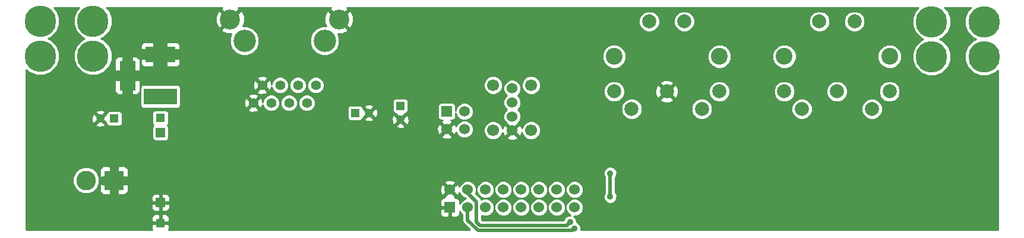
<source format=gbl>
G04 (created by PCBNEW (2013-07-07 BZR 4022)-stable) date 14/05/2014 10:05:02*
%MOIN*%
G04 Gerber Fmt 3.4, Leading zero omitted, Abs format*
%FSLAX34Y34*%
G01*
G70*
G90*
G04 APERTURE LIST*
%ADD10C,0.00590551*%
%ADD11C,0.0472441*%
%ADD12R,0.0472441X0.0472441*%
%ADD13R,0.06X0.06*%
%ADD14C,0.06*%
%ADD15R,0.11X0.11*%
%ADD16C,0.11*%
%ADD17R,0.0511811X0.0511811*%
%ADD18C,0.177165*%
%ADD19C,0.0551181*%
%ADD20C,0.112205*%
%ADD21C,0.125984*%
%ADD22C,0.0669291*%
%ADD23C,0.0944882*%
%ADD24C,0.0787402*%
%ADD25R,0.0531496X0.0531496*%
%ADD26R,0.169291X0.0905512*%
%ADD27R,0.188976X0.0905512*%
%ADD28R,0.0905512X0.169291*%
%ADD29C,0.035*%
%ADD30C,0.02*%
%ADD31C,0.06*%
%ADD32C,0.05*%
%ADD33C,0.08*%
%ADD34C,0.04*%
%ADD35C,0.01*%
G04 APERTURE END LIST*
G54D10*
G54D11*
X19468Y-6175D03*
G54D12*
X18681Y-6175D03*
G54D13*
X24000Y-11500D03*
G54D14*
X24000Y-10500D03*
X25000Y-11500D03*
X25000Y-10500D03*
X26000Y-11500D03*
X26000Y-10500D03*
X27000Y-11500D03*
X27000Y-10500D03*
X28000Y-11500D03*
X28000Y-10500D03*
X29000Y-11500D03*
X29000Y-10500D03*
X30000Y-11500D03*
X30000Y-10500D03*
X31000Y-11500D03*
X31000Y-10500D03*
G54D15*
X5150Y-9970D03*
G54D16*
X3591Y-9970D03*
G54D11*
X4386Y-6490D03*
G54D12*
X5173Y-6490D03*
G54D17*
X7760Y-12372D03*
X7760Y-6467D03*
G54D18*
X53986Y-3014D03*
X51033Y-3014D03*
X53986Y-1045D03*
X51033Y-1045D03*
X3966Y-2979D03*
X1013Y-2979D03*
X3966Y-1010D03*
X1013Y-1010D03*
G54D13*
X23825Y-6100D03*
G54D14*
X24825Y-6100D03*
X23825Y-7100D03*
X24825Y-7100D03*
G54D11*
X21225Y-6568D03*
G54D12*
X21225Y-5781D03*
G54D19*
X12975Y-5610D03*
X13975Y-5610D03*
X14975Y-5610D03*
X15975Y-5610D03*
X14475Y-4610D03*
X15475Y-4610D03*
G54D20*
X11673Y-909D03*
X17776Y-909D03*
G54D19*
X13475Y-4610D03*
X16475Y-4610D03*
G54D21*
X12475Y-2110D03*
X16975Y-2110D03*
G54D14*
X27500Y-4800D03*
X27500Y-5587D03*
X27500Y-6374D03*
G54D22*
X28570Y-4611D03*
G54D14*
X27500Y-7162D03*
G54D22*
X28570Y-7162D03*
X26429Y-4611D03*
X26429Y-7162D03*
G54D23*
X42772Y-3000D03*
G54D24*
X43756Y-5952D03*
X44740Y-1031D03*
X42772Y-4968D03*
X45725Y-4968D03*
X48677Y-4968D03*
X47693Y-5952D03*
X46709Y-1031D03*
G54D23*
X48677Y-3000D03*
X33222Y-3000D03*
G54D24*
X34206Y-5952D03*
X35190Y-1031D03*
X33222Y-4968D03*
X36175Y-4968D03*
X39127Y-4968D03*
X38143Y-5952D03*
X37159Y-1031D03*
G54D23*
X39127Y-3000D03*
G54D25*
X7763Y-11220D03*
X7763Y-7283D03*
G54D26*
X7760Y-2888D03*
G54D27*
X7760Y-5251D03*
G54D28*
X5909Y-4070D03*
G54D29*
X30750Y-12315D03*
X33000Y-9575D03*
X33000Y-10900D03*
X30995Y-12685D03*
X48175Y-11975D03*
X36650Y-9600D03*
X30625Y-5975D03*
X19025Y-5175D03*
X35400Y-10000D03*
X40585Y-2585D03*
X13082Y-8167D03*
X16595Y-8625D03*
X43310Y-11425D03*
G54D30*
X25500Y-12319D02*
X25690Y-12510D01*
X25690Y-12510D02*
X30555Y-12510D01*
X30555Y-12510D02*
X30750Y-12315D01*
X25000Y-10500D02*
X25000Y-10676D01*
X25000Y-10676D02*
X25500Y-11176D01*
X25500Y-11176D02*
X25500Y-12319D01*
X33000Y-10900D02*
X33000Y-9575D01*
X25580Y-12800D02*
X30880Y-12800D01*
X25000Y-12220D02*
X25580Y-12800D01*
X25000Y-11500D02*
X25000Y-12220D01*
X30880Y-12800D02*
X30995Y-12685D01*
G54D31*
X5909Y-4070D02*
X5909Y-5279D01*
G54D32*
X5909Y-5279D02*
X5930Y-5300D01*
G54D31*
X5909Y-4070D02*
X4940Y-4070D01*
G54D32*
X4940Y-4070D02*
X4930Y-4060D01*
G54D31*
X5909Y-4070D02*
X6870Y-4070D01*
G54D32*
X6870Y-4070D02*
X6880Y-4060D01*
G54D31*
X5909Y-4070D02*
X5909Y-2550D01*
G54D32*
X5909Y-2550D02*
X5910Y-2550D01*
G54D31*
X7760Y-2888D02*
X6661Y-2888D01*
G54D32*
X6661Y-2888D02*
X6660Y-2890D01*
G54D33*
X7760Y-2888D02*
X7760Y-3870D01*
G54D32*
X7760Y-3870D02*
X7770Y-3880D01*
G54D31*
X7760Y-2888D02*
X9141Y-2888D01*
G54D32*
X9141Y-2888D02*
X9150Y-2880D01*
G54D33*
X7760Y-2888D02*
X7760Y-1570D01*
G54D32*
X5150Y-9970D02*
X4530Y-9970D01*
X5150Y-9970D02*
X5150Y-9110D01*
G54D34*
X5150Y-9110D02*
X5140Y-9100D01*
G54D30*
X13082Y-8167D02*
X13080Y-8170D01*
G54D32*
X5150Y-9970D02*
X5150Y-11040D01*
G54D34*
X5150Y-11040D02*
X5140Y-11050D01*
G54D32*
X5150Y-9970D02*
X6270Y-9970D01*
G54D34*
X6270Y-9970D02*
X6290Y-9950D01*
G54D10*
G36*
X54760Y-12760D02*
X49350Y-12760D01*
X49350Y-2866D01*
X49248Y-2619D01*
X49059Y-2430D01*
X48812Y-2327D01*
X48544Y-2327D01*
X48297Y-2429D01*
X48108Y-2618D01*
X48005Y-2865D01*
X48005Y-3133D01*
X48107Y-3380D01*
X48296Y-3569D01*
X48543Y-3672D01*
X48810Y-3672D01*
X49058Y-3570D01*
X49247Y-3381D01*
X49350Y-3134D01*
X49350Y-2866D01*
X49350Y-12760D01*
X49271Y-12760D01*
X49271Y-4850D01*
X49181Y-4632D01*
X49014Y-4465D01*
X48796Y-4374D01*
X48560Y-4374D01*
X48341Y-4464D01*
X48174Y-4631D01*
X48084Y-4849D01*
X48083Y-5086D01*
X48174Y-5304D01*
X48341Y-5471D01*
X48559Y-5562D01*
X48795Y-5562D01*
X49013Y-5472D01*
X49180Y-5305D01*
X49271Y-5087D01*
X49271Y-4850D01*
X49271Y-12760D01*
X48287Y-12760D01*
X48287Y-5835D01*
X48197Y-5616D01*
X48030Y-5449D01*
X47812Y-5359D01*
X47575Y-5358D01*
X47357Y-5449D01*
X47303Y-5503D01*
X47303Y-913D01*
X47212Y-695D01*
X47045Y-528D01*
X46827Y-437D01*
X46591Y-437D01*
X46373Y-527D01*
X46206Y-694D01*
X46115Y-912D01*
X46115Y-1149D01*
X46205Y-1367D01*
X46372Y-1534D01*
X46590Y-1625D01*
X46826Y-1625D01*
X47045Y-1535D01*
X47212Y-1368D01*
X47302Y-1150D01*
X47303Y-913D01*
X47303Y-5503D01*
X47190Y-5616D01*
X47099Y-5834D01*
X47099Y-6070D01*
X47189Y-6288D01*
X47356Y-6455D01*
X47574Y-6546D01*
X47811Y-6546D01*
X48029Y-6456D01*
X48196Y-6289D01*
X48287Y-6071D01*
X48287Y-5835D01*
X48287Y-12760D01*
X46318Y-12760D01*
X46318Y-4850D01*
X46228Y-4632D01*
X46061Y-4465D01*
X45843Y-4374D01*
X45607Y-4374D01*
X45389Y-4464D01*
X45334Y-4519D01*
X45334Y-913D01*
X45244Y-695D01*
X45077Y-528D01*
X44859Y-437D01*
X44623Y-437D01*
X44404Y-527D01*
X44237Y-694D01*
X44147Y-912D01*
X44146Y-1149D01*
X44237Y-1367D01*
X44404Y-1534D01*
X44622Y-1625D01*
X44858Y-1625D01*
X45076Y-1535D01*
X45243Y-1368D01*
X45334Y-1150D01*
X45334Y-913D01*
X45334Y-4519D01*
X45221Y-4631D01*
X45131Y-4849D01*
X45131Y-5086D01*
X45221Y-5304D01*
X45388Y-5471D01*
X45606Y-5562D01*
X45842Y-5562D01*
X46060Y-5472D01*
X46228Y-5305D01*
X46318Y-5087D01*
X46318Y-4850D01*
X46318Y-12760D01*
X44350Y-12760D01*
X44350Y-5835D01*
X44260Y-5616D01*
X44093Y-5449D01*
X43875Y-5359D01*
X43638Y-5358D01*
X43444Y-5439D01*
X43444Y-2866D01*
X43342Y-2619D01*
X43153Y-2430D01*
X42906Y-2327D01*
X42639Y-2327D01*
X42391Y-2429D01*
X42202Y-2618D01*
X42099Y-2865D01*
X42099Y-3133D01*
X42201Y-3380D01*
X42390Y-3569D01*
X42637Y-3672D01*
X42905Y-3672D01*
X43152Y-3570D01*
X43341Y-3381D01*
X43444Y-3134D01*
X43444Y-2866D01*
X43444Y-5439D01*
X43420Y-5449D01*
X43366Y-5503D01*
X43366Y-4850D01*
X43275Y-4632D01*
X43108Y-4465D01*
X42890Y-4374D01*
X42654Y-4374D01*
X42436Y-4464D01*
X42269Y-4631D01*
X42178Y-4849D01*
X42178Y-5086D01*
X42268Y-5304D01*
X42435Y-5471D01*
X42653Y-5562D01*
X42889Y-5562D01*
X43108Y-5472D01*
X43275Y-5305D01*
X43365Y-5087D01*
X43366Y-4850D01*
X43366Y-5503D01*
X43253Y-5616D01*
X43162Y-5834D01*
X43162Y-6070D01*
X43252Y-6288D01*
X43419Y-6455D01*
X43637Y-6546D01*
X43874Y-6546D01*
X44092Y-6456D01*
X44259Y-6289D01*
X44350Y-6071D01*
X44350Y-5835D01*
X44350Y-12760D01*
X39800Y-12760D01*
X39800Y-2866D01*
X39698Y-2619D01*
X39509Y-2430D01*
X39262Y-2327D01*
X38994Y-2327D01*
X38747Y-2429D01*
X38558Y-2618D01*
X38455Y-2865D01*
X38455Y-3133D01*
X38557Y-3380D01*
X38746Y-3569D01*
X38993Y-3672D01*
X39260Y-3672D01*
X39508Y-3570D01*
X39697Y-3381D01*
X39800Y-3134D01*
X39800Y-2866D01*
X39800Y-12760D01*
X39721Y-12760D01*
X39721Y-4850D01*
X39631Y-4632D01*
X39464Y-4465D01*
X39246Y-4374D01*
X39010Y-4374D01*
X38791Y-4464D01*
X38624Y-4631D01*
X38534Y-4849D01*
X38533Y-5086D01*
X38624Y-5304D01*
X38791Y-5471D01*
X39009Y-5562D01*
X39245Y-5562D01*
X39463Y-5472D01*
X39630Y-5305D01*
X39721Y-5087D01*
X39721Y-4850D01*
X39721Y-12760D01*
X38737Y-12760D01*
X38737Y-5835D01*
X38647Y-5616D01*
X38480Y-5449D01*
X38262Y-5359D01*
X38025Y-5358D01*
X37807Y-5449D01*
X37753Y-5503D01*
X37753Y-913D01*
X37662Y-695D01*
X37495Y-528D01*
X37277Y-437D01*
X37041Y-437D01*
X36823Y-527D01*
X36656Y-694D01*
X36565Y-912D01*
X36565Y-1149D01*
X36655Y-1367D01*
X36822Y-1534D01*
X37040Y-1625D01*
X37276Y-1625D01*
X37495Y-1535D01*
X37662Y-1368D01*
X37752Y-1150D01*
X37753Y-913D01*
X37753Y-5503D01*
X37640Y-5616D01*
X37549Y-5834D01*
X37549Y-6070D01*
X37639Y-6288D01*
X37806Y-6455D01*
X38024Y-6546D01*
X38261Y-6546D01*
X38479Y-6456D01*
X38646Y-6289D01*
X38737Y-6071D01*
X38737Y-5835D01*
X38737Y-12760D01*
X36822Y-12760D01*
X36822Y-5072D01*
X36813Y-4816D01*
X36733Y-4624D01*
X36628Y-4585D01*
X36558Y-4656D01*
X36558Y-4514D01*
X36519Y-4409D01*
X36279Y-4320D01*
X36023Y-4329D01*
X35830Y-4409D01*
X35791Y-4514D01*
X36175Y-4897D01*
X36558Y-4514D01*
X36558Y-4656D01*
X36245Y-4968D01*
X36628Y-5351D01*
X36733Y-5312D01*
X36822Y-5072D01*
X36822Y-12760D01*
X36558Y-12760D01*
X36558Y-5422D01*
X36175Y-5039D01*
X36104Y-5109D01*
X36104Y-4968D01*
X35784Y-4648D01*
X35784Y-913D01*
X35694Y-695D01*
X35527Y-528D01*
X35309Y-437D01*
X35073Y-437D01*
X34854Y-527D01*
X34687Y-694D01*
X34597Y-912D01*
X34596Y-1149D01*
X34687Y-1367D01*
X34854Y-1534D01*
X35072Y-1625D01*
X35308Y-1625D01*
X35526Y-1535D01*
X35693Y-1368D01*
X35784Y-1150D01*
X35784Y-913D01*
X35784Y-4648D01*
X35721Y-4585D01*
X35616Y-4624D01*
X35527Y-4864D01*
X35536Y-5120D01*
X35616Y-5312D01*
X35721Y-5351D01*
X36104Y-4968D01*
X36104Y-5109D01*
X35791Y-5422D01*
X35830Y-5527D01*
X36070Y-5616D01*
X36326Y-5607D01*
X36519Y-5527D01*
X36558Y-5422D01*
X36558Y-12760D01*
X34800Y-12760D01*
X34800Y-5835D01*
X34710Y-5616D01*
X34543Y-5449D01*
X34325Y-5359D01*
X34088Y-5358D01*
X33894Y-5439D01*
X33894Y-2866D01*
X33792Y-2619D01*
X33603Y-2430D01*
X33356Y-2327D01*
X33089Y-2327D01*
X32841Y-2429D01*
X32652Y-2618D01*
X32549Y-2865D01*
X32549Y-3133D01*
X32651Y-3380D01*
X32840Y-3569D01*
X33087Y-3672D01*
X33355Y-3672D01*
X33602Y-3570D01*
X33791Y-3381D01*
X33894Y-3134D01*
X33894Y-2866D01*
X33894Y-5439D01*
X33870Y-5449D01*
X33816Y-5503D01*
X33816Y-4850D01*
X33725Y-4632D01*
X33558Y-4465D01*
X33340Y-4374D01*
X33104Y-4374D01*
X32886Y-4464D01*
X32719Y-4631D01*
X32628Y-4849D01*
X32628Y-5086D01*
X32718Y-5304D01*
X32885Y-5471D01*
X33103Y-5562D01*
X33339Y-5562D01*
X33558Y-5472D01*
X33725Y-5305D01*
X33815Y-5087D01*
X33816Y-4850D01*
X33816Y-5503D01*
X33703Y-5616D01*
X33612Y-5834D01*
X33612Y-6070D01*
X33702Y-6288D01*
X33869Y-6455D01*
X34087Y-6546D01*
X34324Y-6546D01*
X34542Y-6456D01*
X34709Y-6289D01*
X34800Y-6071D01*
X34800Y-5835D01*
X34800Y-12760D01*
X33375Y-12760D01*
X33375Y-10825D01*
X33318Y-10687D01*
X33300Y-10669D01*
X33300Y-9805D01*
X33317Y-9787D01*
X33374Y-9649D01*
X33375Y-9500D01*
X33318Y-9362D01*
X33212Y-9257D01*
X33074Y-9200D01*
X32925Y-9199D01*
X32787Y-9256D01*
X32682Y-9362D01*
X32625Y-9500D01*
X32624Y-9649D01*
X32681Y-9787D01*
X32700Y-9805D01*
X32700Y-10669D01*
X32682Y-10687D01*
X32625Y-10825D01*
X32624Y-10974D01*
X32681Y-11112D01*
X32787Y-11217D01*
X32925Y-11274D01*
X33074Y-11275D01*
X33212Y-11218D01*
X33317Y-11112D01*
X33374Y-10974D01*
X33375Y-10825D01*
X33375Y-12760D01*
X31369Y-12760D01*
X31369Y-12759D01*
X31370Y-12610D01*
X31313Y-12472D01*
X31207Y-12367D01*
X31124Y-12332D01*
X31125Y-12240D01*
X31068Y-12102D01*
X30965Y-11999D01*
X31099Y-12000D01*
X31282Y-11924D01*
X31423Y-11783D01*
X31499Y-11599D01*
X31500Y-11400D01*
X31500Y-10400D01*
X31424Y-10217D01*
X31283Y-10076D01*
X31099Y-10000D01*
X30900Y-9999D01*
X30717Y-10075D01*
X30576Y-10216D01*
X30500Y-10400D01*
X30500Y-10401D01*
X30500Y-10400D01*
X30424Y-10217D01*
X30283Y-10076D01*
X30099Y-10000D01*
X29900Y-9999D01*
X29717Y-10075D01*
X29576Y-10216D01*
X29500Y-10400D01*
X29500Y-10401D01*
X29500Y-10400D01*
X29424Y-10217D01*
X29283Y-10076D01*
X29105Y-10002D01*
X29105Y-7056D01*
X29105Y-4505D01*
X29024Y-4308D01*
X28874Y-4158D01*
X28677Y-4076D01*
X28464Y-4076D01*
X28268Y-4157D01*
X28117Y-4307D01*
X28036Y-4504D01*
X28036Y-4716D01*
X28117Y-4913D01*
X28267Y-5064D01*
X28464Y-5145D01*
X28676Y-5145D01*
X28873Y-5064D01*
X29023Y-4914D01*
X29105Y-4717D01*
X29105Y-4505D01*
X29105Y-7056D01*
X29024Y-6859D01*
X28874Y-6709D01*
X28677Y-6627D01*
X28464Y-6627D01*
X28268Y-6708D01*
X28117Y-6858D01*
X28044Y-7035D01*
X28043Y-7025D01*
X28000Y-6919D01*
X28000Y-6275D01*
X27924Y-6091D01*
X27813Y-5981D01*
X27923Y-5870D01*
X27999Y-5687D01*
X28000Y-5488D01*
X27924Y-5304D01*
X27813Y-5193D01*
X27923Y-5083D01*
X27999Y-4899D01*
X28000Y-4700D01*
X27924Y-4517D01*
X27783Y-4376D01*
X27599Y-4300D01*
X27400Y-4299D01*
X27217Y-4375D01*
X27076Y-4516D01*
X27000Y-4700D01*
X26999Y-4899D01*
X27075Y-5082D01*
X27186Y-5193D01*
X27076Y-5303D01*
X27000Y-5487D01*
X26999Y-5686D01*
X27075Y-5870D01*
X27186Y-5981D01*
X27076Y-6091D01*
X27000Y-6274D01*
X26999Y-6473D01*
X27075Y-6657D01*
X27186Y-6768D01*
X27184Y-6776D01*
X27500Y-7091D01*
X27815Y-6776D01*
X27813Y-6768D01*
X27923Y-6658D01*
X27999Y-6474D01*
X28000Y-6275D01*
X28000Y-6919D01*
X27981Y-6874D01*
X27885Y-6847D01*
X27570Y-7162D01*
X27885Y-7477D01*
X27981Y-7450D01*
X28041Y-7281D01*
X28117Y-7464D01*
X28267Y-7615D01*
X28464Y-7696D01*
X28676Y-7696D01*
X28873Y-7615D01*
X29023Y-7465D01*
X29105Y-7269D01*
X29105Y-7056D01*
X29105Y-10002D01*
X29099Y-10000D01*
X28900Y-9999D01*
X28717Y-10075D01*
X28576Y-10216D01*
X28500Y-10400D01*
X28500Y-10401D01*
X28500Y-10400D01*
X28424Y-10217D01*
X28283Y-10076D01*
X28099Y-10000D01*
X27900Y-9999D01*
X27815Y-10035D01*
X27815Y-7548D01*
X27500Y-7232D01*
X27429Y-7303D01*
X27429Y-7162D01*
X27114Y-6847D01*
X27018Y-6874D01*
X26963Y-7028D01*
X26963Y-4505D01*
X26882Y-4308D01*
X26732Y-4158D01*
X26535Y-4076D01*
X26323Y-4076D01*
X26126Y-4157D01*
X25976Y-4307D01*
X25894Y-4504D01*
X25894Y-4716D01*
X25975Y-4913D01*
X26125Y-5064D01*
X26322Y-5145D01*
X26535Y-5145D01*
X26731Y-5064D01*
X26882Y-4914D01*
X26963Y-4717D01*
X26963Y-4505D01*
X26963Y-7028D01*
X26958Y-7043D01*
X26882Y-6859D01*
X26732Y-6709D01*
X26535Y-6627D01*
X26323Y-6627D01*
X26126Y-6708D01*
X25976Y-6858D01*
X25894Y-7055D01*
X25894Y-7268D01*
X25975Y-7464D01*
X26125Y-7615D01*
X26322Y-7696D01*
X26535Y-7696D01*
X26731Y-7615D01*
X26882Y-7465D01*
X26955Y-7288D01*
X26956Y-7298D01*
X27018Y-7450D01*
X27114Y-7477D01*
X27429Y-7162D01*
X27429Y-7303D01*
X27184Y-7548D01*
X27212Y-7643D01*
X27418Y-7716D01*
X27636Y-7706D01*
X27787Y-7643D01*
X27815Y-7548D01*
X27815Y-10035D01*
X27717Y-10075D01*
X27576Y-10216D01*
X27500Y-10400D01*
X27500Y-10401D01*
X27500Y-10400D01*
X27424Y-10217D01*
X27283Y-10076D01*
X27099Y-10000D01*
X26900Y-9999D01*
X26717Y-10075D01*
X26576Y-10216D01*
X26500Y-10400D01*
X26500Y-10401D01*
X26500Y-10400D01*
X26424Y-10217D01*
X26283Y-10076D01*
X26099Y-10000D01*
X25900Y-9999D01*
X25717Y-10075D01*
X25576Y-10216D01*
X25500Y-10400D01*
X25499Y-10599D01*
X25575Y-10782D01*
X25716Y-10923D01*
X25900Y-10999D01*
X26099Y-11000D01*
X26282Y-10924D01*
X26423Y-10783D01*
X26499Y-10599D01*
X26500Y-10400D01*
X26500Y-10401D01*
X26499Y-10599D01*
X26575Y-10782D01*
X26716Y-10923D01*
X26900Y-10999D01*
X27099Y-11000D01*
X27282Y-10924D01*
X27423Y-10783D01*
X27499Y-10599D01*
X27500Y-10400D01*
X27500Y-10401D01*
X27499Y-10599D01*
X27575Y-10782D01*
X27716Y-10923D01*
X27900Y-10999D01*
X28099Y-11000D01*
X28282Y-10924D01*
X28423Y-10783D01*
X28499Y-10599D01*
X28500Y-10400D01*
X28500Y-10401D01*
X28499Y-10599D01*
X28575Y-10782D01*
X28716Y-10923D01*
X28900Y-10999D01*
X29099Y-11000D01*
X29282Y-10924D01*
X29423Y-10783D01*
X29499Y-10599D01*
X29500Y-10400D01*
X29500Y-10401D01*
X29499Y-10599D01*
X29575Y-10782D01*
X29716Y-10923D01*
X29900Y-10999D01*
X30099Y-11000D01*
X30282Y-10924D01*
X30423Y-10783D01*
X30499Y-10599D01*
X30500Y-10400D01*
X30500Y-10401D01*
X30499Y-10599D01*
X30575Y-10782D01*
X30716Y-10923D01*
X30900Y-10999D01*
X31099Y-11000D01*
X31282Y-10924D01*
X31423Y-10783D01*
X31499Y-10599D01*
X31500Y-10400D01*
X31500Y-11400D01*
X31424Y-11217D01*
X31283Y-11076D01*
X31099Y-11000D01*
X30900Y-10999D01*
X30717Y-11075D01*
X30576Y-11216D01*
X30500Y-11400D01*
X30500Y-11401D01*
X30500Y-11400D01*
X30424Y-11217D01*
X30283Y-11076D01*
X30099Y-11000D01*
X29900Y-10999D01*
X29717Y-11075D01*
X29576Y-11216D01*
X29500Y-11400D01*
X29500Y-11401D01*
X29500Y-11400D01*
X29424Y-11217D01*
X29283Y-11076D01*
X29099Y-11000D01*
X28900Y-10999D01*
X28717Y-11075D01*
X28576Y-11216D01*
X28500Y-11400D01*
X28500Y-11401D01*
X28500Y-11400D01*
X28424Y-11217D01*
X28283Y-11076D01*
X28099Y-11000D01*
X27900Y-10999D01*
X27717Y-11075D01*
X27576Y-11216D01*
X27500Y-11400D01*
X27500Y-11401D01*
X27500Y-11400D01*
X27424Y-11217D01*
X27283Y-11076D01*
X27099Y-11000D01*
X26900Y-10999D01*
X26717Y-11075D01*
X26576Y-11216D01*
X26500Y-11400D01*
X26499Y-11599D01*
X26575Y-11782D01*
X26716Y-11923D01*
X26900Y-11999D01*
X27099Y-12000D01*
X27282Y-11924D01*
X27423Y-11783D01*
X27499Y-11599D01*
X27500Y-11400D01*
X27500Y-11401D01*
X27499Y-11599D01*
X27575Y-11782D01*
X27716Y-11923D01*
X27900Y-11999D01*
X28099Y-12000D01*
X28282Y-11924D01*
X28423Y-11783D01*
X28499Y-11599D01*
X28500Y-11400D01*
X28500Y-11401D01*
X28499Y-11599D01*
X28575Y-11782D01*
X28716Y-11923D01*
X28900Y-11999D01*
X29099Y-12000D01*
X29282Y-11924D01*
X29423Y-11783D01*
X29499Y-11599D01*
X29500Y-11400D01*
X29500Y-11401D01*
X29499Y-11599D01*
X29575Y-11782D01*
X29716Y-11923D01*
X29900Y-11999D01*
X30099Y-12000D01*
X30282Y-11924D01*
X30423Y-11783D01*
X30499Y-11599D01*
X30500Y-11400D01*
X30500Y-11401D01*
X30499Y-11599D01*
X30575Y-11782D01*
X30716Y-11923D01*
X30755Y-11940D01*
X30675Y-11939D01*
X30537Y-11996D01*
X30432Y-12102D01*
X30387Y-12210D01*
X25814Y-12210D01*
X25800Y-12195D01*
X25800Y-11958D01*
X25900Y-11999D01*
X26099Y-12000D01*
X26282Y-11924D01*
X26423Y-11783D01*
X26499Y-11599D01*
X26500Y-11400D01*
X26424Y-11217D01*
X26283Y-11076D01*
X26099Y-11000D01*
X25900Y-10999D01*
X25771Y-11053D01*
X25712Y-10964D01*
X25712Y-10964D01*
X25455Y-10707D01*
X25499Y-10599D01*
X25500Y-10400D01*
X25424Y-10217D01*
X25325Y-10117D01*
X25325Y-7000D01*
X25325Y-6000D01*
X25249Y-5817D01*
X25108Y-5676D01*
X24924Y-5600D01*
X24725Y-5599D01*
X24542Y-5675D01*
X24401Y-5816D01*
X24325Y-6000D01*
X24325Y-6060D01*
X24325Y-5760D01*
X24294Y-5686D01*
X24238Y-5630D01*
X24164Y-5600D01*
X24085Y-5599D01*
X23485Y-5599D01*
X23411Y-5630D01*
X23355Y-5686D01*
X23325Y-5760D01*
X23324Y-5839D01*
X23324Y-6439D01*
X23355Y-6513D01*
X23411Y-6569D01*
X23485Y-6599D01*
X23564Y-6600D01*
X23582Y-6600D01*
X23537Y-6618D01*
X23509Y-6714D01*
X23825Y-7029D01*
X24140Y-6714D01*
X24112Y-6618D01*
X24060Y-6600D01*
X24164Y-6600D01*
X24238Y-6569D01*
X24294Y-6513D01*
X24324Y-6439D01*
X24325Y-6360D01*
X24325Y-6199D01*
X24400Y-6382D01*
X24541Y-6523D01*
X24725Y-6599D01*
X24924Y-6600D01*
X25107Y-6524D01*
X25248Y-6383D01*
X25324Y-6199D01*
X25325Y-6000D01*
X25325Y-7000D01*
X25249Y-6817D01*
X25108Y-6676D01*
X24924Y-6600D01*
X24725Y-6599D01*
X24542Y-6675D01*
X24401Y-6816D01*
X24354Y-6928D01*
X24306Y-6812D01*
X24210Y-6784D01*
X23895Y-7100D01*
X24210Y-7415D01*
X24306Y-7387D01*
X24351Y-7262D01*
X24400Y-7382D01*
X24541Y-7523D01*
X24725Y-7599D01*
X24924Y-7600D01*
X25107Y-7524D01*
X25248Y-7383D01*
X25324Y-7199D01*
X25325Y-7000D01*
X25325Y-10117D01*
X25283Y-10076D01*
X25099Y-10000D01*
X24900Y-9999D01*
X24717Y-10075D01*
X24576Y-10216D01*
X24529Y-10328D01*
X24481Y-10212D01*
X24385Y-10184D01*
X24315Y-10255D01*
X24315Y-10114D01*
X24287Y-10018D01*
X24140Y-9966D01*
X24140Y-7485D01*
X23825Y-7170D01*
X23754Y-7241D01*
X23754Y-7100D01*
X23439Y-6784D01*
X23343Y-6812D01*
X23270Y-7018D01*
X23281Y-7236D01*
X23343Y-7387D01*
X23439Y-7415D01*
X23754Y-7100D01*
X23754Y-7241D01*
X23509Y-7485D01*
X23537Y-7581D01*
X23743Y-7654D01*
X23961Y-7643D01*
X24112Y-7581D01*
X24140Y-7485D01*
X24140Y-9966D01*
X24081Y-9945D01*
X23863Y-9956D01*
X23712Y-10018D01*
X23684Y-10114D01*
X24000Y-10429D01*
X24315Y-10114D01*
X24315Y-10255D01*
X24070Y-10500D01*
X24385Y-10815D01*
X24481Y-10787D01*
X24526Y-10662D01*
X24575Y-10782D01*
X24716Y-10923D01*
X24897Y-10998D01*
X24899Y-11000D01*
X24717Y-11075D01*
X24576Y-11216D01*
X24550Y-11279D01*
X24550Y-11249D01*
X24549Y-11150D01*
X24511Y-11058D01*
X24441Y-10987D01*
X24349Y-10949D01*
X24296Y-10949D01*
X24315Y-10885D01*
X24000Y-10570D01*
X23929Y-10641D01*
X23929Y-10500D01*
X23614Y-10184D01*
X23518Y-10212D01*
X23445Y-10418D01*
X23456Y-10636D01*
X23518Y-10787D01*
X23614Y-10815D01*
X23929Y-10500D01*
X23929Y-10641D01*
X23684Y-10885D01*
X23703Y-10949D01*
X23650Y-10949D01*
X23558Y-10987D01*
X23488Y-11058D01*
X23450Y-11150D01*
X23449Y-11249D01*
X23450Y-11387D01*
X23512Y-11450D01*
X23950Y-11450D01*
X23950Y-11442D01*
X24050Y-11442D01*
X24050Y-11450D01*
X24057Y-11450D01*
X24057Y-11550D01*
X24050Y-11550D01*
X24050Y-11987D01*
X24112Y-12050D01*
X24349Y-12050D01*
X24441Y-12012D01*
X24511Y-11941D01*
X24549Y-11849D01*
X24550Y-11750D01*
X24550Y-11720D01*
X24575Y-11782D01*
X24700Y-11907D01*
X24700Y-12220D01*
X24722Y-12334D01*
X24787Y-12432D01*
X25116Y-12760D01*
X23950Y-12760D01*
X23950Y-11987D01*
X23950Y-11550D01*
X23512Y-11550D01*
X23450Y-11612D01*
X23449Y-11750D01*
X23450Y-11849D01*
X23488Y-11941D01*
X23558Y-12012D01*
X23650Y-12050D01*
X23887Y-12050D01*
X23950Y-11987D01*
X23950Y-12760D01*
X21716Y-12760D01*
X21716Y-6635D01*
X21704Y-6442D01*
X21661Y-6338D01*
X21661Y-5977D01*
X21661Y-5505D01*
X21630Y-5431D01*
X21574Y-5375D01*
X21501Y-5345D01*
X21421Y-5345D01*
X20949Y-5345D01*
X20875Y-5375D01*
X20819Y-5431D01*
X20788Y-5505D01*
X20788Y-5584D01*
X20788Y-6057D01*
X20819Y-6130D01*
X20875Y-6186D01*
X20948Y-6217D01*
X20958Y-6217D01*
X20956Y-6229D01*
X21225Y-6497D01*
X21493Y-6229D01*
X21491Y-6217D01*
X21500Y-6217D01*
X21574Y-6187D01*
X21630Y-6130D01*
X21661Y-6057D01*
X21661Y-5977D01*
X21661Y-6338D01*
X21653Y-6319D01*
X21564Y-6299D01*
X21295Y-6568D01*
X21564Y-6837D01*
X21653Y-6818D01*
X21716Y-6635D01*
X21716Y-12760D01*
X21493Y-12760D01*
X21493Y-6908D01*
X21225Y-6639D01*
X21154Y-6710D01*
X21154Y-6568D01*
X20885Y-6299D01*
X20796Y-6319D01*
X20733Y-6502D01*
X20745Y-6695D01*
X20796Y-6818D01*
X20885Y-6837D01*
X21154Y-6568D01*
X21154Y-6710D01*
X20956Y-6908D01*
X20975Y-6997D01*
X21158Y-7059D01*
X21351Y-7048D01*
X21474Y-6997D01*
X21493Y-6908D01*
X21493Y-12760D01*
X19959Y-12760D01*
X19959Y-6241D01*
X19948Y-6048D01*
X19897Y-5925D01*
X19808Y-5906D01*
X19737Y-5976D01*
X19737Y-5835D01*
X19718Y-5746D01*
X19535Y-5683D01*
X19342Y-5695D01*
X19219Y-5746D01*
X19199Y-5835D01*
X19468Y-6104D01*
X19737Y-5835D01*
X19737Y-5976D01*
X19539Y-6175D01*
X19808Y-6443D01*
X19897Y-6424D01*
X19959Y-6241D01*
X19959Y-12760D01*
X19737Y-12760D01*
X19737Y-6514D01*
X19468Y-6245D01*
X19397Y-6316D01*
X19397Y-6175D01*
X19129Y-5906D01*
X19117Y-5908D01*
X19117Y-5899D01*
X19087Y-5825D01*
X19030Y-5769D01*
X18957Y-5738D01*
X18877Y-5738D01*
X18590Y-5738D01*
X18590Y-1053D01*
X18583Y-730D01*
X18473Y-464D01*
X18350Y-405D01*
X17846Y-909D01*
X18350Y-1413D01*
X18473Y-1353D01*
X18590Y-1053D01*
X18590Y-5738D01*
X18405Y-5738D01*
X18331Y-5769D01*
X18280Y-5820D01*
X18280Y-1483D01*
X17776Y-979D01*
X17770Y-985D01*
X17699Y-914D01*
X17705Y-909D01*
X17201Y-405D01*
X17079Y-464D01*
X16961Y-765D01*
X16968Y-1087D01*
X17048Y-1280D01*
X16810Y-1279D01*
X16505Y-1406D01*
X16271Y-1639D01*
X16145Y-1944D01*
X16144Y-2274D01*
X16271Y-2579D01*
X16504Y-2813D01*
X16809Y-2939D01*
X17139Y-2940D01*
X17444Y-2813D01*
X17678Y-2580D01*
X17804Y-2275D01*
X17805Y-1945D01*
X17712Y-1721D01*
X17954Y-1716D01*
X18220Y-1606D01*
X18280Y-1483D01*
X18280Y-5820D01*
X18275Y-5825D01*
X18245Y-5898D01*
X18245Y-5978D01*
X18245Y-6450D01*
X18275Y-6524D01*
X18331Y-6580D01*
X18405Y-6611D01*
X18484Y-6611D01*
X18957Y-6611D01*
X19030Y-6580D01*
X19086Y-6524D01*
X19117Y-6451D01*
X19117Y-6441D01*
X19129Y-6443D01*
X19397Y-6175D01*
X19397Y-6316D01*
X19199Y-6514D01*
X19219Y-6603D01*
X19402Y-6666D01*
X19595Y-6654D01*
X19718Y-6603D01*
X19737Y-6514D01*
X19737Y-12760D01*
X16950Y-12760D01*
X16950Y-4515D01*
X16878Y-4340D01*
X16744Y-4207D01*
X16570Y-4134D01*
X16380Y-4134D01*
X16205Y-4206D01*
X16072Y-4340D01*
X15999Y-4514D01*
X15999Y-4704D01*
X16071Y-4879D01*
X16205Y-5012D01*
X16379Y-5085D01*
X16569Y-5085D01*
X16744Y-5013D01*
X16877Y-4879D01*
X16950Y-4705D01*
X16950Y-4515D01*
X16950Y-12760D01*
X16450Y-12760D01*
X16450Y-5515D01*
X16378Y-5340D01*
X16244Y-5207D01*
X16070Y-5134D01*
X15950Y-5134D01*
X15950Y-4515D01*
X15878Y-4340D01*
X15744Y-4207D01*
X15570Y-4134D01*
X15380Y-4134D01*
X15205Y-4206D01*
X15072Y-4340D01*
X14999Y-4514D01*
X14999Y-4704D01*
X15071Y-4879D01*
X15205Y-5012D01*
X15379Y-5085D01*
X15569Y-5085D01*
X15744Y-5013D01*
X15877Y-4879D01*
X15950Y-4705D01*
X15950Y-4515D01*
X15950Y-5134D01*
X15880Y-5134D01*
X15705Y-5206D01*
X15572Y-5340D01*
X15499Y-5514D01*
X15499Y-5704D01*
X15571Y-5879D01*
X15705Y-6012D01*
X15879Y-6085D01*
X16069Y-6085D01*
X16244Y-6013D01*
X16377Y-5879D01*
X16450Y-5705D01*
X16450Y-5515D01*
X16450Y-12760D01*
X15450Y-12760D01*
X15450Y-5515D01*
X15378Y-5340D01*
X15244Y-5207D01*
X15070Y-5134D01*
X14950Y-5134D01*
X14950Y-4515D01*
X14878Y-4340D01*
X14744Y-4207D01*
X14570Y-4134D01*
X14380Y-4134D01*
X14205Y-4206D01*
X14072Y-4340D01*
X13999Y-4514D01*
X13999Y-4574D01*
X13994Y-4477D01*
X13936Y-4336D01*
X13843Y-4312D01*
X13772Y-4383D01*
X13772Y-4241D01*
X13748Y-4148D01*
X13550Y-4079D01*
X13342Y-4090D01*
X13305Y-4106D01*
X13305Y-1945D01*
X13178Y-1640D01*
X12945Y-1406D01*
X12640Y-1280D01*
X12399Y-1280D01*
X12488Y-1053D01*
X12481Y-730D01*
X12370Y-464D01*
X12248Y-405D01*
X11744Y-909D01*
X11750Y-914D01*
X11679Y-985D01*
X11673Y-979D01*
X11603Y-1050D01*
X11603Y-909D01*
X11099Y-405D01*
X10976Y-464D01*
X10859Y-765D01*
X10866Y-1087D01*
X10976Y-1353D01*
X11099Y-1413D01*
X11603Y-909D01*
X11603Y-1050D01*
X11169Y-1483D01*
X11229Y-1606D01*
X11529Y-1723D01*
X11738Y-1719D01*
X11645Y-1944D01*
X11644Y-2274D01*
X11771Y-2579D01*
X12004Y-2813D01*
X12309Y-2939D01*
X12639Y-2940D01*
X12944Y-2813D01*
X13178Y-2580D01*
X13304Y-2275D01*
X13305Y-1945D01*
X13305Y-4106D01*
X13201Y-4148D01*
X13177Y-4241D01*
X13475Y-4539D01*
X13772Y-4241D01*
X13772Y-4383D01*
X13545Y-4610D01*
X13843Y-4907D01*
X13936Y-4883D01*
X13999Y-4703D01*
X13999Y-4704D01*
X14071Y-4879D01*
X14205Y-5012D01*
X14379Y-5085D01*
X14569Y-5085D01*
X14744Y-5013D01*
X14877Y-4879D01*
X14950Y-4705D01*
X14950Y-4515D01*
X14950Y-5134D01*
X14880Y-5134D01*
X14705Y-5206D01*
X14572Y-5340D01*
X14499Y-5514D01*
X14499Y-5704D01*
X14571Y-5879D01*
X14705Y-6012D01*
X14879Y-6085D01*
X15069Y-6085D01*
X15244Y-6013D01*
X15377Y-5879D01*
X15450Y-5705D01*
X15450Y-5515D01*
X15450Y-12760D01*
X14450Y-12760D01*
X14450Y-5515D01*
X14378Y-5340D01*
X14244Y-5207D01*
X14070Y-5134D01*
X13880Y-5134D01*
X13772Y-5179D01*
X13772Y-4978D01*
X13475Y-4680D01*
X13404Y-4751D01*
X13404Y-4610D01*
X13106Y-4312D01*
X13013Y-4336D01*
X12944Y-4534D01*
X12955Y-4742D01*
X13013Y-4883D01*
X13106Y-4907D01*
X13404Y-4610D01*
X13404Y-4751D01*
X13177Y-4978D01*
X13201Y-5071D01*
X13399Y-5140D01*
X13607Y-5129D01*
X13748Y-5071D01*
X13772Y-4978D01*
X13772Y-5179D01*
X13705Y-5206D01*
X13572Y-5340D01*
X13499Y-5514D01*
X13499Y-5574D01*
X13494Y-5477D01*
X13436Y-5336D01*
X13343Y-5312D01*
X13272Y-5383D01*
X13272Y-5241D01*
X13248Y-5148D01*
X13050Y-5079D01*
X12842Y-5090D01*
X12701Y-5148D01*
X12677Y-5241D01*
X12975Y-5539D01*
X13272Y-5241D01*
X13272Y-5383D01*
X13045Y-5610D01*
X13343Y-5907D01*
X13436Y-5883D01*
X13499Y-5703D01*
X13499Y-5704D01*
X13571Y-5879D01*
X13705Y-6012D01*
X13879Y-6085D01*
X14069Y-6085D01*
X14244Y-6013D01*
X14377Y-5879D01*
X14450Y-5705D01*
X14450Y-5515D01*
X14450Y-12760D01*
X13272Y-12760D01*
X13272Y-5978D01*
X12975Y-5680D01*
X12904Y-5751D01*
X12904Y-5610D01*
X12606Y-5312D01*
X12513Y-5336D01*
X12444Y-5534D01*
X12455Y-5742D01*
X12513Y-5883D01*
X12606Y-5907D01*
X12904Y-5610D01*
X12904Y-5751D01*
X12677Y-5978D01*
X12701Y-6071D01*
X12899Y-6140D01*
X13107Y-6129D01*
X13248Y-6071D01*
X13272Y-5978D01*
X13272Y-12760D01*
X8904Y-12760D01*
X8904Y-5664D01*
X8904Y-4758D01*
X8874Y-4685D01*
X8856Y-4667D01*
X8856Y-3391D01*
X8856Y-2386D01*
X8818Y-2294D01*
X8748Y-2224D01*
X8656Y-2186D01*
X8556Y-2186D01*
X7872Y-2186D01*
X7810Y-2248D01*
X7810Y-2838D01*
X8793Y-2838D01*
X8856Y-2776D01*
X8856Y-2386D01*
X8856Y-3391D01*
X8856Y-3001D01*
X8793Y-2938D01*
X7810Y-2938D01*
X7810Y-3529D01*
X7872Y-3591D01*
X8556Y-3591D01*
X8656Y-3591D01*
X8748Y-3553D01*
X8818Y-3483D01*
X8856Y-3391D01*
X8856Y-4667D01*
X8818Y-4628D01*
X8744Y-4598D01*
X8665Y-4598D01*
X7710Y-4598D01*
X7710Y-3529D01*
X7710Y-2938D01*
X7710Y-2838D01*
X7710Y-2248D01*
X7647Y-2186D01*
X6963Y-2186D01*
X6863Y-2186D01*
X6771Y-2224D01*
X6701Y-2294D01*
X6663Y-2386D01*
X6663Y-2776D01*
X6726Y-2838D01*
X7710Y-2838D01*
X7710Y-2938D01*
X6726Y-2938D01*
X6663Y-3001D01*
X6663Y-3391D01*
X6701Y-3483D01*
X6771Y-3553D01*
X6863Y-3591D01*
X6963Y-3591D01*
X7647Y-3591D01*
X7710Y-3529D01*
X7710Y-4598D01*
X6775Y-4598D01*
X6701Y-4628D01*
X6645Y-4684D01*
X6615Y-4758D01*
X6615Y-4837D01*
X6615Y-5743D01*
X6645Y-5817D01*
X6701Y-5873D01*
X6775Y-5903D01*
X6854Y-5903D01*
X8744Y-5903D01*
X8818Y-5873D01*
X8874Y-5817D01*
X8904Y-5743D01*
X8904Y-5664D01*
X8904Y-12760D01*
X8279Y-12760D01*
X8279Y-11535D01*
X8279Y-10905D01*
X8241Y-10813D01*
X8229Y-10801D01*
X8229Y-7509D01*
X8229Y-6978D01*
X8199Y-6904D01*
X8158Y-6863D01*
X8185Y-6836D01*
X8215Y-6763D01*
X8215Y-6683D01*
X8215Y-6171D01*
X8185Y-6098D01*
X8129Y-6041D01*
X8055Y-6011D01*
X7976Y-6011D01*
X7464Y-6011D01*
X7390Y-6041D01*
X7334Y-6097D01*
X7304Y-6171D01*
X7304Y-6250D01*
X7304Y-6762D01*
X7334Y-6836D01*
X7365Y-6867D01*
X7328Y-6904D01*
X7298Y-6977D01*
X7297Y-7057D01*
X7297Y-7588D01*
X7328Y-7662D01*
X7384Y-7718D01*
X7458Y-7749D01*
X7537Y-7749D01*
X8069Y-7749D01*
X8142Y-7718D01*
X8198Y-7662D01*
X8229Y-7589D01*
X8229Y-7509D01*
X8229Y-10801D01*
X8171Y-10742D01*
X8079Y-10704D01*
X7980Y-10704D01*
X7876Y-10704D01*
X7813Y-10767D01*
X7813Y-11170D01*
X8217Y-11170D01*
X8279Y-11107D01*
X8279Y-10905D01*
X8279Y-11535D01*
X8279Y-11332D01*
X8217Y-11270D01*
X7813Y-11270D01*
X7813Y-11673D01*
X7876Y-11736D01*
X7980Y-11736D01*
X8079Y-11736D01*
X8171Y-11698D01*
X8241Y-11627D01*
X8279Y-11535D01*
X8279Y-12760D01*
X8231Y-12760D01*
X8265Y-12678D01*
X8265Y-12067D01*
X8227Y-11975D01*
X8157Y-11905D01*
X8065Y-11866D01*
X7966Y-11866D01*
X7872Y-11866D01*
X7810Y-11929D01*
X7810Y-12322D01*
X8203Y-12322D01*
X8265Y-12260D01*
X8265Y-12067D01*
X8265Y-12678D01*
X8265Y-12485D01*
X8203Y-12422D01*
X7810Y-12422D01*
X7810Y-12430D01*
X7713Y-12430D01*
X7713Y-11673D01*
X7713Y-11270D01*
X7713Y-11170D01*
X7713Y-10767D01*
X7651Y-10704D01*
X7547Y-10704D01*
X7448Y-10704D01*
X7356Y-10742D01*
X7285Y-10813D01*
X7247Y-10905D01*
X7248Y-11107D01*
X7310Y-11170D01*
X7713Y-11170D01*
X7713Y-11270D01*
X7310Y-11270D01*
X7248Y-11332D01*
X7247Y-11535D01*
X7285Y-11627D01*
X7356Y-11698D01*
X7448Y-11736D01*
X7547Y-11736D01*
X7651Y-11736D01*
X7713Y-11673D01*
X7713Y-12430D01*
X7710Y-12430D01*
X7710Y-12422D01*
X7710Y-12322D01*
X7710Y-11929D01*
X7647Y-11866D01*
X7553Y-11866D01*
X7454Y-11866D01*
X7362Y-11905D01*
X7292Y-11975D01*
X7254Y-12067D01*
X7254Y-12260D01*
X7316Y-12322D01*
X7710Y-12322D01*
X7710Y-12422D01*
X7316Y-12422D01*
X7254Y-12485D01*
X7254Y-12678D01*
X7288Y-12760D01*
X6612Y-12760D01*
X6612Y-4866D01*
X6612Y-3273D01*
X6612Y-3173D01*
X6574Y-3081D01*
X6503Y-3011D01*
X6411Y-2973D01*
X6022Y-2973D01*
X5959Y-3036D01*
X5959Y-4020D01*
X6549Y-4020D01*
X6612Y-3957D01*
X6612Y-3273D01*
X6612Y-4866D01*
X6612Y-4182D01*
X6549Y-4120D01*
X5959Y-4120D01*
X5959Y-5103D01*
X6022Y-5166D01*
X6411Y-5166D01*
X6503Y-5128D01*
X6574Y-5058D01*
X6612Y-4966D01*
X6612Y-4866D01*
X6612Y-12760D01*
X5950Y-12760D01*
X5950Y-10470D01*
X5950Y-9469D01*
X5949Y-9370D01*
X5911Y-9278D01*
X5859Y-9226D01*
X5859Y-5103D01*
X5859Y-4120D01*
X5859Y-4020D01*
X5859Y-3036D01*
X5797Y-2973D01*
X5407Y-2973D01*
X5315Y-3011D01*
X5245Y-3081D01*
X5206Y-3173D01*
X5206Y-3273D01*
X5206Y-3957D01*
X5269Y-4020D01*
X5859Y-4020D01*
X5859Y-4120D01*
X5269Y-4120D01*
X5206Y-4182D01*
X5206Y-4866D01*
X5206Y-4966D01*
X5245Y-5058D01*
X5315Y-5128D01*
X5407Y-5166D01*
X5797Y-5166D01*
X5859Y-5103D01*
X5859Y-9226D01*
X5841Y-9207D01*
X5749Y-9169D01*
X5609Y-9169D01*
X5609Y-6686D01*
X5609Y-6214D01*
X5579Y-6140D01*
X5523Y-6084D01*
X5449Y-6053D01*
X5370Y-6053D01*
X4897Y-6053D01*
X4824Y-6084D01*
X4768Y-6140D01*
X4737Y-6213D01*
X4737Y-6223D01*
X4725Y-6221D01*
X4655Y-6291D01*
X4655Y-6150D01*
X4635Y-6061D01*
X4452Y-5998D01*
X4259Y-6010D01*
X4136Y-6061D01*
X4117Y-6150D01*
X4386Y-6419D01*
X4655Y-6150D01*
X4655Y-6291D01*
X4457Y-6490D01*
X4725Y-6758D01*
X4737Y-6756D01*
X4737Y-6765D01*
X4767Y-6839D01*
X4824Y-6895D01*
X4897Y-6926D01*
X4977Y-6926D01*
X5449Y-6926D01*
X5523Y-6895D01*
X5579Y-6839D01*
X5609Y-6766D01*
X5609Y-6686D01*
X5609Y-9169D01*
X5262Y-9170D01*
X5200Y-9232D01*
X5200Y-9920D01*
X5887Y-9920D01*
X5950Y-9857D01*
X5950Y-9469D01*
X5950Y-10470D01*
X5950Y-10082D01*
X5887Y-10020D01*
X5200Y-10020D01*
X5200Y-10707D01*
X5262Y-10770D01*
X5749Y-10770D01*
X5841Y-10732D01*
X5911Y-10661D01*
X5949Y-10569D01*
X5950Y-10470D01*
X5950Y-12760D01*
X5100Y-12760D01*
X5100Y-10707D01*
X5100Y-10020D01*
X5100Y-9920D01*
X5100Y-9232D01*
X5037Y-9170D01*
X4655Y-9169D01*
X4655Y-6829D01*
X4386Y-6560D01*
X4315Y-6631D01*
X4315Y-6490D01*
X4046Y-6221D01*
X3957Y-6240D01*
X3895Y-6423D01*
X3906Y-6616D01*
X3957Y-6739D01*
X4046Y-6758D01*
X4315Y-6490D01*
X4315Y-6631D01*
X4117Y-6829D01*
X4136Y-6918D01*
X4319Y-6981D01*
X4512Y-6969D01*
X4635Y-6918D01*
X4655Y-6829D01*
X4655Y-9169D01*
X4550Y-9169D01*
X4458Y-9207D01*
X4388Y-9278D01*
X4350Y-9370D01*
X4349Y-9469D01*
X4350Y-9857D01*
X4412Y-9920D01*
X5100Y-9920D01*
X5100Y-10020D01*
X4412Y-10020D01*
X4350Y-10082D01*
X4349Y-10470D01*
X4350Y-10569D01*
X4388Y-10661D01*
X4458Y-10732D01*
X4550Y-10770D01*
X5037Y-10770D01*
X5100Y-10707D01*
X5100Y-12760D01*
X4341Y-12760D01*
X4341Y-9821D01*
X4227Y-9545D01*
X4016Y-9334D01*
X3740Y-9220D01*
X3442Y-9219D01*
X3166Y-9333D01*
X2955Y-9544D01*
X2841Y-9820D01*
X2840Y-10118D01*
X2954Y-10394D01*
X3165Y-10605D01*
X3441Y-10719D01*
X3739Y-10720D01*
X4015Y-10606D01*
X4226Y-10395D01*
X4340Y-10119D01*
X4341Y-9821D01*
X4341Y-12760D01*
X239Y-12760D01*
X239Y-3740D01*
X397Y-3899D01*
X796Y-4064D01*
X1228Y-4065D01*
X1627Y-3900D01*
X1933Y-3595D01*
X2099Y-3196D01*
X2099Y-2764D01*
X1934Y-2364D01*
X1629Y-2059D01*
X1474Y-1995D01*
X1627Y-1931D01*
X1933Y-1626D01*
X2099Y-1227D01*
X2099Y-795D01*
X1934Y-396D01*
X1777Y-239D01*
X3202Y-239D01*
X3046Y-394D01*
X2880Y-793D01*
X2880Y-1225D01*
X3045Y-1625D01*
X3350Y-1930D01*
X3505Y-1994D01*
X3352Y-2058D01*
X3046Y-2363D01*
X2880Y-2762D01*
X2880Y-3194D01*
X3045Y-3593D01*
X3350Y-3899D01*
X3749Y-4064D01*
X4181Y-4065D01*
X4580Y-3900D01*
X4886Y-3595D01*
X5052Y-3196D01*
X5052Y-2764D01*
X4887Y-2364D01*
X4582Y-2059D01*
X4427Y-1995D01*
X4580Y-1931D01*
X4886Y-1626D01*
X5052Y-1227D01*
X5052Y-795D01*
X4887Y-396D01*
X4730Y-239D01*
X11215Y-239D01*
X11169Y-334D01*
X11673Y-838D01*
X12177Y-334D01*
X12131Y-239D01*
X17318Y-239D01*
X17272Y-334D01*
X17776Y-838D01*
X18280Y-334D01*
X18234Y-239D01*
X50304Y-239D01*
X50113Y-429D01*
X49947Y-828D01*
X49947Y-1260D01*
X50112Y-1660D01*
X50417Y-1965D01*
X50572Y-2029D01*
X50419Y-2093D01*
X50113Y-2398D01*
X49947Y-2797D01*
X49947Y-3229D01*
X50112Y-3628D01*
X50417Y-3934D01*
X50816Y-4099D01*
X51248Y-4100D01*
X51647Y-3935D01*
X51953Y-3630D01*
X52119Y-3231D01*
X52119Y-2799D01*
X51954Y-2399D01*
X51649Y-2094D01*
X51494Y-2030D01*
X51647Y-1966D01*
X51953Y-1661D01*
X52119Y-1262D01*
X52119Y-830D01*
X51954Y-431D01*
X51762Y-239D01*
X53257Y-239D01*
X53066Y-429D01*
X52900Y-828D01*
X52900Y-1260D01*
X53065Y-1660D01*
X53370Y-1965D01*
X53525Y-2029D01*
X53372Y-2093D01*
X53066Y-2398D01*
X52900Y-2797D01*
X52900Y-3229D01*
X53065Y-3628D01*
X53370Y-3934D01*
X53769Y-4099D01*
X54201Y-4100D01*
X54600Y-3935D01*
X54760Y-3775D01*
X54760Y-12760D01*
X54760Y-12760D01*
G37*
G54D35*
X54760Y-12760D02*
X49350Y-12760D01*
X49350Y-2866D01*
X49248Y-2619D01*
X49059Y-2430D01*
X48812Y-2327D01*
X48544Y-2327D01*
X48297Y-2429D01*
X48108Y-2618D01*
X48005Y-2865D01*
X48005Y-3133D01*
X48107Y-3380D01*
X48296Y-3569D01*
X48543Y-3672D01*
X48810Y-3672D01*
X49058Y-3570D01*
X49247Y-3381D01*
X49350Y-3134D01*
X49350Y-2866D01*
X49350Y-12760D01*
X49271Y-12760D01*
X49271Y-4850D01*
X49181Y-4632D01*
X49014Y-4465D01*
X48796Y-4374D01*
X48560Y-4374D01*
X48341Y-4464D01*
X48174Y-4631D01*
X48084Y-4849D01*
X48083Y-5086D01*
X48174Y-5304D01*
X48341Y-5471D01*
X48559Y-5562D01*
X48795Y-5562D01*
X49013Y-5472D01*
X49180Y-5305D01*
X49271Y-5087D01*
X49271Y-4850D01*
X49271Y-12760D01*
X48287Y-12760D01*
X48287Y-5835D01*
X48197Y-5616D01*
X48030Y-5449D01*
X47812Y-5359D01*
X47575Y-5358D01*
X47357Y-5449D01*
X47303Y-5503D01*
X47303Y-913D01*
X47212Y-695D01*
X47045Y-528D01*
X46827Y-437D01*
X46591Y-437D01*
X46373Y-527D01*
X46206Y-694D01*
X46115Y-912D01*
X46115Y-1149D01*
X46205Y-1367D01*
X46372Y-1534D01*
X46590Y-1625D01*
X46826Y-1625D01*
X47045Y-1535D01*
X47212Y-1368D01*
X47302Y-1150D01*
X47303Y-913D01*
X47303Y-5503D01*
X47190Y-5616D01*
X47099Y-5834D01*
X47099Y-6070D01*
X47189Y-6288D01*
X47356Y-6455D01*
X47574Y-6546D01*
X47811Y-6546D01*
X48029Y-6456D01*
X48196Y-6289D01*
X48287Y-6071D01*
X48287Y-5835D01*
X48287Y-12760D01*
X46318Y-12760D01*
X46318Y-4850D01*
X46228Y-4632D01*
X46061Y-4465D01*
X45843Y-4374D01*
X45607Y-4374D01*
X45389Y-4464D01*
X45334Y-4519D01*
X45334Y-913D01*
X45244Y-695D01*
X45077Y-528D01*
X44859Y-437D01*
X44623Y-437D01*
X44404Y-527D01*
X44237Y-694D01*
X44147Y-912D01*
X44146Y-1149D01*
X44237Y-1367D01*
X44404Y-1534D01*
X44622Y-1625D01*
X44858Y-1625D01*
X45076Y-1535D01*
X45243Y-1368D01*
X45334Y-1150D01*
X45334Y-913D01*
X45334Y-4519D01*
X45221Y-4631D01*
X45131Y-4849D01*
X45131Y-5086D01*
X45221Y-5304D01*
X45388Y-5471D01*
X45606Y-5562D01*
X45842Y-5562D01*
X46060Y-5472D01*
X46228Y-5305D01*
X46318Y-5087D01*
X46318Y-4850D01*
X46318Y-12760D01*
X44350Y-12760D01*
X44350Y-5835D01*
X44260Y-5616D01*
X44093Y-5449D01*
X43875Y-5359D01*
X43638Y-5358D01*
X43444Y-5439D01*
X43444Y-2866D01*
X43342Y-2619D01*
X43153Y-2430D01*
X42906Y-2327D01*
X42639Y-2327D01*
X42391Y-2429D01*
X42202Y-2618D01*
X42099Y-2865D01*
X42099Y-3133D01*
X42201Y-3380D01*
X42390Y-3569D01*
X42637Y-3672D01*
X42905Y-3672D01*
X43152Y-3570D01*
X43341Y-3381D01*
X43444Y-3134D01*
X43444Y-2866D01*
X43444Y-5439D01*
X43420Y-5449D01*
X43366Y-5503D01*
X43366Y-4850D01*
X43275Y-4632D01*
X43108Y-4465D01*
X42890Y-4374D01*
X42654Y-4374D01*
X42436Y-4464D01*
X42269Y-4631D01*
X42178Y-4849D01*
X42178Y-5086D01*
X42268Y-5304D01*
X42435Y-5471D01*
X42653Y-5562D01*
X42889Y-5562D01*
X43108Y-5472D01*
X43275Y-5305D01*
X43365Y-5087D01*
X43366Y-4850D01*
X43366Y-5503D01*
X43253Y-5616D01*
X43162Y-5834D01*
X43162Y-6070D01*
X43252Y-6288D01*
X43419Y-6455D01*
X43637Y-6546D01*
X43874Y-6546D01*
X44092Y-6456D01*
X44259Y-6289D01*
X44350Y-6071D01*
X44350Y-5835D01*
X44350Y-12760D01*
X39800Y-12760D01*
X39800Y-2866D01*
X39698Y-2619D01*
X39509Y-2430D01*
X39262Y-2327D01*
X38994Y-2327D01*
X38747Y-2429D01*
X38558Y-2618D01*
X38455Y-2865D01*
X38455Y-3133D01*
X38557Y-3380D01*
X38746Y-3569D01*
X38993Y-3672D01*
X39260Y-3672D01*
X39508Y-3570D01*
X39697Y-3381D01*
X39800Y-3134D01*
X39800Y-2866D01*
X39800Y-12760D01*
X39721Y-12760D01*
X39721Y-4850D01*
X39631Y-4632D01*
X39464Y-4465D01*
X39246Y-4374D01*
X39010Y-4374D01*
X38791Y-4464D01*
X38624Y-4631D01*
X38534Y-4849D01*
X38533Y-5086D01*
X38624Y-5304D01*
X38791Y-5471D01*
X39009Y-5562D01*
X39245Y-5562D01*
X39463Y-5472D01*
X39630Y-5305D01*
X39721Y-5087D01*
X39721Y-4850D01*
X39721Y-12760D01*
X38737Y-12760D01*
X38737Y-5835D01*
X38647Y-5616D01*
X38480Y-5449D01*
X38262Y-5359D01*
X38025Y-5358D01*
X37807Y-5449D01*
X37753Y-5503D01*
X37753Y-913D01*
X37662Y-695D01*
X37495Y-528D01*
X37277Y-437D01*
X37041Y-437D01*
X36823Y-527D01*
X36656Y-694D01*
X36565Y-912D01*
X36565Y-1149D01*
X36655Y-1367D01*
X36822Y-1534D01*
X37040Y-1625D01*
X37276Y-1625D01*
X37495Y-1535D01*
X37662Y-1368D01*
X37752Y-1150D01*
X37753Y-913D01*
X37753Y-5503D01*
X37640Y-5616D01*
X37549Y-5834D01*
X37549Y-6070D01*
X37639Y-6288D01*
X37806Y-6455D01*
X38024Y-6546D01*
X38261Y-6546D01*
X38479Y-6456D01*
X38646Y-6289D01*
X38737Y-6071D01*
X38737Y-5835D01*
X38737Y-12760D01*
X36822Y-12760D01*
X36822Y-5072D01*
X36813Y-4816D01*
X36733Y-4624D01*
X36628Y-4585D01*
X36558Y-4656D01*
X36558Y-4514D01*
X36519Y-4409D01*
X36279Y-4320D01*
X36023Y-4329D01*
X35830Y-4409D01*
X35791Y-4514D01*
X36175Y-4897D01*
X36558Y-4514D01*
X36558Y-4656D01*
X36245Y-4968D01*
X36628Y-5351D01*
X36733Y-5312D01*
X36822Y-5072D01*
X36822Y-12760D01*
X36558Y-12760D01*
X36558Y-5422D01*
X36175Y-5039D01*
X36104Y-5109D01*
X36104Y-4968D01*
X35784Y-4648D01*
X35784Y-913D01*
X35694Y-695D01*
X35527Y-528D01*
X35309Y-437D01*
X35073Y-437D01*
X34854Y-527D01*
X34687Y-694D01*
X34597Y-912D01*
X34596Y-1149D01*
X34687Y-1367D01*
X34854Y-1534D01*
X35072Y-1625D01*
X35308Y-1625D01*
X35526Y-1535D01*
X35693Y-1368D01*
X35784Y-1150D01*
X35784Y-913D01*
X35784Y-4648D01*
X35721Y-4585D01*
X35616Y-4624D01*
X35527Y-4864D01*
X35536Y-5120D01*
X35616Y-5312D01*
X35721Y-5351D01*
X36104Y-4968D01*
X36104Y-5109D01*
X35791Y-5422D01*
X35830Y-5527D01*
X36070Y-5616D01*
X36326Y-5607D01*
X36519Y-5527D01*
X36558Y-5422D01*
X36558Y-12760D01*
X34800Y-12760D01*
X34800Y-5835D01*
X34710Y-5616D01*
X34543Y-5449D01*
X34325Y-5359D01*
X34088Y-5358D01*
X33894Y-5439D01*
X33894Y-2866D01*
X33792Y-2619D01*
X33603Y-2430D01*
X33356Y-2327D01*
X33089Y-2327D01*
X32841Y-2429D01*
X32652Y-2618D01*
X32549Y-2865D01*
X32549Y-3133D01*
X32651Y-3380D01*
X32840Y-3569D01*
X33087Y-3672D01*
X33355Y-3672D01*
X33602Y-3570D01*
X33791Y-3381D01*
X33894Y-3134D01*
X33894Y-2866D01*
X33894Y-5439D01*
X33870Y-5449D01*
X33816Y-5503D01*
X33816Y-4850D01*
X33725Y-4632D01*
X33558Y-4465D01*
X33340Y-4374D01*
X33104Y-4374D01*
X32886Y-4464D01*
X32719Y-4631D01*
X32628Y-4849D01*
X32628Y-5086D01*
X32718Y-5304D01*
X32885Y-5471D01*
X33103Y-5562D01*
X33339Y-5562D01*
X33558Y-5472D01*
X33725Y-5305D01*
X33815Y-5087D01*
X33816Y-4850D01*
X33816Y-5503D01*
X33703Y-5616D01*
X33612Y-5834D01*
X33612Y-6070D01*
X33702Y-6288D01*
X33869Y-6455D01*
X34087Y-6546D01*
X34324Y-6546D01*
X34542Y-6456D01*
X34709Y-6289D01*
X34800Y-6071D01*
X34800Y-5835D01*
X34800Y-12760D01*
X33375Y-12760D01*
X33375Y-10825D01*
X33318Y-10687D01*
X33300Y-10669D01*
X33300Y-9805D01*
X33317Y-9787D01*
X33374Y-9649D01*
X33375Y-9500D01*
X33318Y-9362D01*
X33212Y-9257D01*
X33074Y-9200D01*
X32925Y-9199D01*
X32787Y-9256D01*
X32682Y-9362D01*
X32625Y-9500D01*
X32624Y-9649D01*
X32681Y-9787D01*
X32700Y-9805D01*
X32700Y-10669D01*
X32682Y-10687D01*
X32625Y-10825D01*
X32624Y-10974D01*
X32681Y-11112D01*
X32787Y-11217D01*
X32925Y-11274D01*
X33074Y-11275D01*
X33212Y-11218D01*
X33317Y-11112D01*
X33374Y-10974D01*
X33375Y-10825D01*
X33375Y-12760D01*
X31369Y-12760D01*
X31369Y-12759D01*
X31370Y-12610D01*
X31313Y-12472D01*
X31207Y-12367D01*
X31124Y-12332D01*
X31125Y-12240D01*
X31068Y-12102D01*
X30965Y-11999D01*
X31099Y-12000D01*
X31282Y-11924D01*
X31423Y-11783D01*
X31499Y-11599D01*
X31500Y-11400D01*
X31500Y-10400D01*
X31424Y-10217D01*
X31283Y-10076D01*
X31099Y-10000D01*
X30900Y-9999D01*
X30717Y-10075D01*
X30576Y-10216D01*
X30500Y-10400D01*
X30500Y-10401D01*
X30500Y-10400D01*
X30424Y-10217D01*
X30283Y-10076D01*
X30099Y-10000D01*
X29900Y-9999D01*
X29717Y-10075D01*
X29576Y-10216D01*
X29500Y-10400D01*
X29500Y-10401D01*
X29500Y-10400D01*
X29424Y-10217D01*
X29283Y-10076D01*
X29105Y-10002D01*
X29105Y-7056D01*
X29105Y-4505D01*
X29024Y-4308D01*
X28874Y-4158D01*
X28677Y-4076D01*
X28464Y-4076D01*
X28268Y-4157D01*
X28117Y-4307D01*
X28036Y-4504D01*
X28036Y-4716D01*
X28117Y-4913D01*
X28267Y-5064D01*
X28464Y-5145D01*
X28676Y-5145D01*
X28873Y-5064D01*
X29023Y-4914D01*
X29105Y-4717D01*
X29105Y-4505D01*
X29105Y-7056D01*
X29024Y-6859D01*
X28874Y-6709D01*
X28677Y-6627D01*
X28464Y-6627D01*
X28268Y-6708D01*
X28117Y-6858D01*
X28044Y-7035D01*
X28043Y-7025D01*
X28000Y-6919D01*
X28000Y-6275D01*
X27924Y-6091D01*
X27813Y-5981D01*
X27923Y-5870D01*
X27999Y-5687D01*
X28000Y-5488D01*
X27924Y-5304D01*
X27813Y-5193D01*
X27923Y-5083D01*
X27999Y-4899D01*
X28000Y-4700D01*
X27924Y-4517D01*
X27783Y-4376D01*
X27599Y-4300D01*
X27400Y-4299D01*
X27217Y-4375D01*
X27076Y-4516D01*
X27000Y-4700D01*
X26999Y-4899D01*
X27075Y-5082D01*
X27186Y-5193D01*
X27076Y-5303D01*
X27000Y-5487D01*
X26999Y-5686D01*
X27075Y-5870D01*
X27186Y-5981D01*
X27076Y-6091D01*
X27000Y-6274D01*
X26999Y-6473D01*
X27075Y-6657D01*
X27186Y-6768D01*
X27184Y-6776D01*
X27500Y-7091D01*
X27815Y-6776D01*
X27813Y-6768D01*
X27923Y-6658D01*
X27999Y-6474D01*
X28000Y-6275D01*
X28000Y-6919D01*
X27981Y-6874D01*
X27885Y-6847D01*
X27570Y-7162D01*
X27885Y-7477D01*
X27981Y-7450D01*
X28041Y-7281D01*
X28117Y-7464D01*
X28267Y-7615D01*
X28464Y-7696D01*
X28676Y-7696D01*
X28873Y-7615D01*
X29023Y-7465D01*
X29105Y-7269D01*
X29105Y-7056D01*
X29105Y-10002D01*
X29099Y-10000D01*
X28900Y-9999D01*
X28717Y-10075D01*
X28576Y-10216D01*
X28500Y-10400D01*
X28500Y-10401D01*
X28500Y-10400D01*
X28424Y-10217D01*
X28283Y-10076D01*
X28099Y-10000D01*
X27900Y-9999D01*
X27815Y-10035D01*
X27815Y-7548D01*
X27500Y-7232D01*
X27429Y-7303D01*
X27429Y-7162D01*
X27114Y-6847D01*
X27018Y-6874D01*
X26963Y-7028D01*
X26963Y-4505D01*
X26882Y-4308D01*
X26732Y-4158D01*
X26535Y-4076D01*
X26323Y-4076D01*
X26126Y-4157D01*
X25976Y-4307D01*
X25894Y-4504D01*
X25894Y-4716D01*
X25975Y-4913D01*
X26125Y-5064D01*
X26322Y-5145D01*
X26535Y-5145D01*
X26731Y-5064D01*
X26882Y-4914D01*
X26963Y-4717D01*
X26963Y-4505D01*
X26963Y-7028D01*
X26958Y-7043D01*
X26882Y-6859D01*
X26732Y-6709D01*
X26535Y-6627D01*
X26323Y-6627D01*
X26126Y-6708D01*
X25976Y-6858D01*
X25894Y-7055D01*
X25894Y-7268D01*
X25975Y-7464D01*
X26125Y-7615D01*
X26322Y-7696D01*
X26535Y-7696D01*
X26731Y-7615D01*
X26882Y-7465D01*
X26955Y-7288D01*
X26956Y-7298D01*
X27018Y-7450D01*
X27114Y-7477D01*
X27429Y-7162D01*
X27429Y-7303D01*
X27184Y-7548D01*
X27212Y-7643D01*
X27418Y-7716D01*
X27636Y-7706D01*
X27787Y-7643D01*
X27815Y-7548D01*
X27815Y-10035D01*
X27717Y-10075D01*
X27576Y-10216D01*
X27500Y-10400D01*
X27500Y-10401D01*
X27500Y-10400D01*
X27424Y-10217D01*
X27283Y-10076D01*
X27099Y-10000D01*
X26900Y-9999D01*
X26717Y-10075D01*
X26576Y-10216D01*
X26500Y-10400D01*
X26500Y-10401D01*
X26500Y-10400D01*
X26424Y-10217D01*
X26283Y-10076D01*
X26099Y-10000D01*
X25900Y-9999D01*
X25717Y-10075D01*
X25576Y-10216D01*
X25500Y-10400D01*
X25499Y-10599D01*
X25575Y-10782D01*
X25716Y-10923D01*
X25900Y-10999D01*
X26099Y-11000D01*
X26282Y-10924D01*
X26423Y-10783D01*
X26499Y-10599D01*
X26500Y-10400D01*
X26500Y-10401D01*
X26499Y-10599D01*
X26575Y-10782D01*
X26716Y-10923D01*
X26900Y-10999D01*
X27099Y-11000D01*
X27282Y-10924D01*
X27423Y-10783D01*
X27499Y-10599D01*
X27500Y-10400D01*
X27500Y-10401D01*
X27499Y-10599D01*
X27575Y-10782D01*
X27716Y-10923D01*
X27900Y-10999D01*
X28099Y-11000D01*
X28282Y-10924D01*
X28423Y-10783D01*
X28499Y-10599D01*
X28500Y-10400D01*
X28500Y-10401D01*
X28499Y-10599D01*
X28575Y-10782D01*
X28716Y-10923D01*
X28900Y-10999D01*
X29099Y-11000D01*
X29282Y-10924D01*
X29423Y-10783D01*
X29499Y-10599D01*
X29500Y-10400D01*
X29500Y-10401D01*
X29499Y-10599D01*
X29575Y-10782D01*
X29716Y-10923D01*
X29900Y-10999D01*
X30099Y-11000D01*
X30282Y-10924D01*
X30423Y-10783D01*
X30499Y-10599D01*
X30500Y-10400D01*
X30500Y-10401D01*
X30499Y-10599D01*
X30575Y-10782D01*
X30716Y-10923D01*
X30900Y-10999D01*
X31099Y-11000D01*
X31282Y-10924D01*
X31423Y-10783D01*
X31499Y-10599D01*
X31500Y-10400D01*
X31500Y-11400D01*
X31424Y-11217D01*
X31283Y-11076D01*
X31099Y-11000D01*
X30900Y-10999D01*
X30717Y-11075D01*
X30576Y-11216D01*
X30500Y-11400D01*
X30500Y-11401D01*
X30500Y-11400D01*
X30424Y-11217D01*
X30283Y-11076D01*
X30099Y-11000D01*
X29900Y-10999D01*
X29717Y-11075D01*
X29576Y-11216D01*
X29500Y-11400D01*
X29500Y-11401D01*
X29500Y-11400D01*
X29424Y-11217D01*
X29283Y-11076D01*
X29099Y-11000D01*
X28900Y-10999D01*
X28717Y-11075D01*
X28576Y-11216D01*
X28500Y-11400D01*
X28500Y-11401D01*
X28500Y-11400D01*
X28424Y-11217D01*
X28283Y-11076D01*
X28099Y-11000D01*
X27900Y-10999D01*
X27717Y-11075D01*
X27576Y-11216D01*
X27500Y-11400D01*
X27500Y-11401D01*
X27500Y-11400D01*
X27424Y-11217D01*
X27283Y-11076D01*
X27099Y-11000D01*
X26900Y-10999D01*
X26717Y-11075D01*
X26576Y-11216D01*
X26500Y-11400D01*
X26499Y-11599D01*
X26575Y-11782D01*
X26716Y-11923D01*
X26900Y-11999D01*
X27099Y-12000D01*
X27282Y-11924D01*
X27423Y-11783D01*
X27499Y-11599D01*
X27500Y-11400D01*
X27500Y-11401D01*
X27499Y-11599D01*
X27575Y-11782D01*
X27716Y-11923D01*
X27900Y-11999D01*
X28099Y-12000D01*
X28282Y-11924D01*
X28423Y-11783D01*
X28499Y-11599D01*
X28500Y-11400D01*
X28500Y-11401D01*
X28499Y-11599D01*
X28575Y-11782D01*
X28716Y-11923D01*
X28900Y-11999D01*
X29099Y-12000D01*
X29282Y-11924D01*
X29423Y-11783D01*
X29499Y-11599D01*
X29500Y-11400D01*
X29500Y-11401D01*
X29499Y-11599D01*
X29575Y-11782D01*
X29716Y-11923D01*
X29900Y-11999D01*
X30099Y-12000D01*
X30282Y-11924D01*
X30423Y-11783D01*
X30499Y-11599D01*
X30500Y-11400D01*
X30500Y-11401D01*
X30499Y-11599D01*
X30575Y-11782D01*
X30716Y-11923D01*
X30755Y-11940D01*
X30675Y-11939D01*
X30537Y-11996D01*
X30432Y-12102D01*
X30387Y-12210D01*
X25814Y-12210D01*
X25800Y-12195D01*
X25800Y-11958D01*
X25900Y-11999D01*
X26099Y-12000D01*
X26282Y-11924D01*
X26423Y-11783D01*
X26499Y-11599D01*
X26500Y-11400D01*
X26424Y-11217D01*
X26283Y-11076D01*
X26099Y-11000D01*
X25900Y-10999D01*
X25771Y-11053D01*
X25712Y-10964D01*
X25712Y-10964D01*
X25455Y-10707D01*
X25499Y-10599D01*
X25500Y-10400D01*
X25424Y-10217D01*
X25325Y-10117D01*
X25325Y-7000D01*
X25325Y-6000D01*
X25249Y-5817D01*
X25108Y-5676D01*
X24924Y-5600D01*
X24725Y-5599D01*
X24542Y-5675D01*
X24401Y-5816D01*
X24325Y-6000D01*
X24325Y-6060D01*
X24325Y-5760D01*
X24294Y-5686D01*
X24238Y-5630D01*
X24164Y-5600D01*
X24085Y-5599D01*
X23485Y-5599D01*
X23411Y-5630D01*
X23355Y-5686D01*
X23325Y-5760D01*
X23324Y-5839D01*
X23324Y-6439D01*
X23355Y-6513D01*
X23411Y-6569D01*
X23485Y-6599D01*
X23564Y-6600D01*
X23582Y-6600D01*
X23537Y-6618D01*
X23509Y-6714D01*
X23825Y-7029D01*
X24140Y-6714D01*
X24112Y-6618D01*
X24060Y-6600D01*
X24164Y-6600D01*
X24238Y-6569D01*
X24294Y-6513D01*
X24324Y-6439D01*
X24325Y-6360D01*
X24325Y-6199D01*
X24400Y-6382D01*
X24541Y-6523D01*
X24725Y-6599D01*
X24924Y-6600D01*
X25107Y-6524D01*
X25248Y-6383D01*
X25324Y-6199D01*
X25325Y-6000D01*
X25325Y-7000D01*
X25249Y-6817D01*
X25108Y-6676D01*
X24924Y-6600D01*
X24725Y-6599D01*
X24542Y-6675D01*
X24401Y-6816D01*
X24354Y-6928D01*
X24306Y-6812D01*
X24210Y-6784D01*
X23895Y-7100D01*
X24210Y-7415D01*
X24306Y-7387D01*
X24351Y-7262D01*
X24400Y-7382D01*
X24541Y-7523D01*
X24725Y-7599D01*
X24924Y-7600D01*
X25107Y-7524D01*
X25248Y-7383D01*
X25324Y-7199D01*
X25325Y-7000D01*
X25325Y-10117D01*
X25283Y-10076D01*
X25099Y-10000D01*
X24900Y-9999D01*
X24717Y-10075D01*
X24576Y-10216D01*
X24529Y-10328D01*
X24481Y-10212D01*
X24385Y-10184D01*
X24315Y-10255D01*
X24315Y-10114D01*
X24287Y-10018D01*
X24140Y-9966D01*
X24140Y-7485D01*
X23825Y-7170D01*
X23754Y-7241D01*
X23754Y-7100D01*
X23439Y-6784D01*
X23343Y-6812D01*
X23270Y-7018D01*
X23281Y-7236D01*
X23343Y-7387D01*
X23439Y-7415D01*
X23754Y-7100D01*
X23754Y-7241D01*
X23509Y-7485D01*
X23537Y-7581D01*
X23743Y-7654D01*
X23961Y-7643D01*
X24112Y-7581D01*
X24140Y-7485D01*
X24140Y-9966D01*
X24081Y-9945D01*
X23863Y-9956D01*
X23712Y-10018D01*
X23684Y-10114D01*
X24000Y-10429D01*
X24315Y-10114D01*
X24315Y-10255D01*
X24070Y-10500D01*
X24385Y-10815D01*
X24481Y-10787D01*
X24526Y-10662D01*
X24575Y-10782D01*
X24716Y-10923D01*
X24897Y-10998D01*
X24899Y-11000D01*
X24717Y-11075D01*
X24576Y-11216D01*
X24550Y-11279D01*
X24550Y-11249D01*
X24549Y-11150D01*
X24511Y-11058D01*
X24441Y-10987D01*
X24349Y-10949D01*
X24296Y-10949D01*
X24315Y-10885D01*
X24000Y-10570D01*
X23929Y-10641D01*
X23929Y-10500D01*
X23614Y-10184D01*
X23518Y-10212D01*
X23445Y-10418D01*
X23456Y-10636D01*
X23518Y-10787D01*
X23614Y-10815D01*
X23929Y-10500D01*
X23929Y-10641D01*
X23684Y-10885D01*
X23703Y-10949D01*
X23650Y-10949D01*
X23558Y-10987D01*
X23488Y-11058D01*
X23450Y-11150D01*
X23449Y-11249D01*
X23450Y-11387D01*
X23512Y-11450D01*
X23950Y-11450D01*
X23950Y-11442D01*
X24050Y-11442D01*
X24050Y-11450D01*
X24057Y-11450D01*
X24057Y-11550D01*
X24050Y-11550D01*
X24050Y-11987D01*
X24112Y-12050D01*
X24349Y-12050D01*
X24441Y-12012D01*
X24511Y-11941D01*
X24549Y-11849D01*
X24550Y-11750D01*
X24550Y-11720D01*
X24575Y-11782D01*
X24700Y-11907D01*
X24700Y-12220D01*
X24722Y-12334D01*
X24787Y-12432D01*
X25116Y-12760D01*
X23950Y-12760D01*
X23950Y-11987D01*
X23950Y-11550D01*
X23512Y-11550D01*
X23450Y-11612D01*
X23449Y-11750D01*
X23450Y-11849D01*
X23488Y-11941D01*
X23558Y-12012D01*
X23650Y-12050D01*
X23887Y-12050D01*
X23950Y-11987D01*
X23950Y-12760D01*
X21716Y-12760D01*
X21716Y-6635D01*
X21704Y-6442D01*
X21661Y-6338D01*
X21661Y-5977D01*
X21661Y-5505D01*
X21630Y-5431D01*
X21574Y-5375D01*
X21501Y-5345D01*
X21421Y-5345D01*
X20949Y-5345D01*
X20875Y-5375D01*
X20819Y-5431D01*
X20788Y-5505D01*
X20788Y-5584D01*
X20788Y-6057D01*
X20819Y-6130D01*
X20875Y-6186D01*
X20948Y-6217D01*
X20958Y-6217D01*
X20956Y-6229D01*
X21225Y-6497D01*
X21493Y-6229D01*
X21491Y-6217D01*
X21500Y-6217D01*
X21574Y-6187D01*
X21630Y-6130D01*
X21661Y-6057D01*
X21661Y-5977D01*
X21661Y-6338D01*
X21653Y-6319D01*
X21564Y-6299D01*
X21295Y-6568D01*
X21564Y-6837D01*
X21653Y-6818D01*
X21716Y-6635D01*
X21716Y-12760D01*
X21493Y-12760D01*
X21493Y-6908D01*
X21225Y-6639D01*
X21154Y-6710D01*
X21154Y-6568D01*
X20885Y-6299D01*
X20796Y-6319D01*
X20733Y-6502D01*
X20745Y-6695D01*
X20796Y-6818D01*
X20885Y-6837D01*
X21154Y-6568D01*
X21154Y-6710D01*
X20956Y-6908D01*
X20975Y-6997D01*
X21158Y-7059D01*
X21351Y-7048D01*
X21474Y-6997D01*
X21493Y-6908D01*
X21493Y-12760D01*
X19959Y-12760D01*
X19959Y-6241D01*
X19948Y-6048D01*
X19897Y-5925D01*
X19808Y-5906D01*
X19737Y-5976D01*
X19737Y-5835D01*
X19718Y-5746D01*
X19535Y-5683D01*
X19342Y-5695D01*
X19219Y-5746D01*
X19199Y-5835D01*
X19468Y-6104D01*
X19737Y-5835D01*
X19737Y-5976D01*
X19539Y-6175D01*
X19808Y-6443D01*
X19897Y-6424D01*
X19959Y-6241D01*
X19959Y-12760D01*
X19737Y-12760D01*
X19737Y-6514D01*
X19468Y-6245D01*
X19397Y-6316D01*
X19397Y-6175D01*
X19129Y-5906D01*
X19117Y-5908D01*
X19117Y-5899D01*
X19087Y-5825D01*
X19030Y-5769D01*
X18957Y-5738D01*
X18877Y-5738D01*
X18590Y-5738D01*
X18590Y-1053D01*
X18583Y-730D01*
X18473Y-464D01*
X18350Y-405D01*
X17846Y-909D01*
X18350Y-1413D01*
X18473Y-1353D01*
X18590Y-1053D01*
X18590Y-5738D01*
X18405Y-5738D01*
X18331Y-5769D01*
X18280Y-5820D01*
X18280Y-1483D01*
X17776Y-979D01*
X17770Y-985D01*
X17699Y-914D01*
X17705Y-909D01*
X17201Y-405D01*
X17079Y-464D01*
X16961Y-765D01*
X16968Y-1087D01*
X17048Y-1280D01*
X16810Y-1279D01*
X16505Y-1406D01*
X16271Y-1639D01*
X16145Y-1944D01*
X16144Y-2274D01*
X16271Y-2579D01*
X16504Y-2813D01*
X16809Y-2939D01*
X17139Y-2940D01*
X17444Y-2813D01*
X17678Y-2580D01*
X17804Y-2275D01*
X17805Y-1945D01*
X17712Y-1721D01*
X17954Y-1716D01*
X18220Y-1606D01*
X18280Y-1483D01*
X18280Y-5820D01*
X18275Y-5825D01*
X18245Y-5898D01*
X18245Y-5978D01*
X18245Y-6450D01*
X18275Y-6524D01*
X18331Y-6580D01*
X18405Y-6611D01*
X18484Y-6611D01*
X18957Y-6611D01*
X19030Y-6580D01*
X19086Y-6524D01*
X19117Y-6451D01*
X19117Y-6441D01*
X19129Y-6443D01*
X19397Y-6175D01*
X19397Y-6316D01*
X19199Y-6514D01*
X19219Y-6603D01*
X19402Y-6666D01*
X19595Y-6654D01*
X19718Y-6603D01*
X19737Y-6514D01*
X19737Y-12760D01*
X16950Y-12760D01*
X16950Y-4515D01*
X16878Y-4340D01*
X16744Y-4207D01*
X16570Y-4134D01*
X16380Y-4134D01*
X16205Y-4206D01*
X16072Y-4340D01*
X15999Y-4514D01*
X15999Y-4704D01*
X16071Y-4879D01*
X16205Y-5012D01*
X16379Y-5085D01*
X16569Y-5085D01*
X16744Y-5013D01*
X16877Y-4879D01*
X16950Y-4705D01*
X16950Y-4515D01*
X16950Y-12760D01*
X16450Y-12760D01*
X16450Y-5515D01*
X16378Y-5340D01*
X16244Y-5207D01*
X16070Y-5134D01*
X15950Y-5134D01*
X15950Y-4515D01*
X15878Y-4340D01*
X15744Y-4207D01*
X15570Y-4134D01*
X15380Y-4134D01*
X15205Y-4206D01*
X15072Y-4340D01*
X14999Y-4514D01*
X14999Y-4704D01*
X15071Y-4879D01*
X15205Y-5012D01*
X15379Y-5085D01*
X15569Y-5085D01*
X15744Y-5013D01*
X15877Y-4879D01*
X15950Y-4705D01*
X15950Y-4515D01*
X15950Y-5134D01*
X15880Y-5134D01*
X15705Y-5206D01*
X15572Y-5340D01*
X15499Y-5514D01*
X15499Y-5704D01*
X15571Y-5879D01*
X15705Y-6012D01*
X15879Y-6085D01*
X16069Y-6085D01*
X16244Y-6013D01*
X16377Y-5879D01*
X16450Y-5705D01*
X16450Y-5515D01*
X16450Y-12760D01*
X15450Y-12760D01*
X15450Y-5515D01*
X15378Y-5340D01*
X15244Y-5207D01*
X15070Y-5134D01*
X14950Y-5134D01*
X14950Y-4515D01*
X14878Y-4340D01*
X14744Y-4207D01*
X14570Y-4134D01*
X14380Y-4134D01*
X14205Y-4206D01*
X14072Y-4340D01*
X13999Y-4514D01*
X13999Y-4574D01*
X13994Y-4477D01*
X13936Y-4336D01*
X13843Y-4312D01*
X13772Y-4383D01*
X13772Y-4241D01*
X13748Y-4148D01*
X13550Y-4079D01*
X13342Y-4090D01*
X13305Y-4106D01*
X13305Y-1945D01*
X13178Y-1640D01*
X12945Y-1406D01*
X12640Y-1280D01*
X12399Y-1280D01*
X12488Y-1053D01*
X12481Y-730D01*
X12370Y-464D01*
X12248Y-405D01*
X11744Y-909D01*
X11750Y-914D01*
X11679Y-985D01*
X11673Y-979D01*
X11603Y-1050D01*
X11603Y-909D01*
X11099Y-405D01*
X10976Y-464D01*
X10859Y-765D01*
X10866Y-1087D01*
X10976Y-1353D01*
X11099Y-1413D01*
X11603Y-909D01*
X11603Y-1050D01*
X11169Y-1483D01*
X11229Y-1606D01*
X11529Y-1723D01*
X11738Y-1719D01*
X11645Y-1944D01*
X11644Y-2274D01*
X11771Y-2579D01*
X12004Y-2813D01*
X12309Y-2939D01*
X12639Y-2940D01*
X12944Y-2813D01*
X13178Y-2580D01*
X13304Y-2275D01*
X13305Y-1945D01*
X13305Y-4106D01*
X13201Y-4148D01*
X13177Y-4241D01*
X13475Y-4539D01*
X13772Y-4241D01*
X13772Y-4383D01*
X13545Y-4610D01*
X13843Y-4907D01*
X13936Y-4883D01*
X13999Y-4703D01*
X13999Y-4704D01*
X14071Y-4879D01*
X14205Y-5012D01*
X14379Y-5085D01*
X14569Y-5085D01*
X14744Y-5013D01*
X14877Y-4879D01*
X14950Y-4705D01*
X14950Y-4515D01*
X14950Y-5134D01*
X14880Y-5134D01*
X14705Y-5206D01*
X14572Y-5340D01*
X14499Y-5514D01*
X14499Y-5704D01*
X14571Y-5879D01*
X14705Y-6012D01*
X14879Y-6085D01*
X15069Y-6085D01*
X15244Y-6013D01*
X15377Y-5879D01*
X15450Y-5705D01*
X15450Y-5515D01*
X15450Y-12760D01*
X14450Y-12760D01*
X14450Y-5515D01*
X14378Y-5340D01*
X14244Y-5207D01*
X14070Y-5134D01*
X13880Y-5134D01*
X13772Y-5179D01*
X13772Y-4978D01*
X13475Y-4680D01*
X13404Y-4751D01*
X13404Y-4610D01*
X13106Y-4312D01*
X13013Y-4336D01*
X12944Y-4534D01*
X12955Y-4742D01*
X13013Y-4883D01*
X13106Y-4907D01*
X13404Y-4610D01*
X13404Y-4751D01*
X13177Y-4978D01*
X13201Y-5071D01*
X13399Y-5140D01*
X13607Y-5129D01*
X13748Y-5071D01*
X13772Y-4978D01*
X13772Y-5179D01*
X13705Y-5206D01*
X13572Y-5340D01*
X13499Y-5514D01*
X13499Y-5574D01*
X13494Y-5477D01*
X13436Y-5336D01*
X13343Y-5312D01*
X13272Y-5383D01*
X13272Y-5241D01*
X13248Y-5148D01*
X13050Y-5079D01*
X12842Y-5090D01*
X12701Y-5148D01*
X12677Y-5241D01*
X12975Y-5539D01*
X13272Y-5241D01*
X13272Y-5383D01*
X13045Y-5610D01*
X13343Y-5907D01*
X13436Y-5883D01*
X13499Y-5703D01*
X13499Y-5704D01*
X13571Y-5879D01*
X13705Y-6012D01*
X13879Y-6085D01*
X14069Y-6085D01*
X14244Y-6013D01*
X14377Y-5879D01*
X14450Y-5705D01*
X14450Y-5515D01*
X14450Y-12760D01*
X13272Y-12760D01*
X13272Y-5978D01*
X12975Y-5680D01*
X12904Y-5751D01*
X12904Y-5610D01*
X12606Y-5312D01*
X12513Y-5336D01*
X12444Y-5534D01*
X12455Y-5742D01*
X12513Y-5883D01*
X12606Y-5907D01*
X12904Y-5610D01*
X12904Y-5751D01*
X12677Y-5978D01*
X12701Y-6071D01*
X12899Y-6140D01*
X13107Y-6129D01*
X13248Y-6071D01*
X13272Y-5978D01*
X13272Y-12760D01*
X8904Y-12760D01*
X8904Y-5664D01*
X8904Y-4758D01*
X8874Y-4685D01*
X8856Y-4667D01*
X8856Y-3391D01*
X8856Y-2386D01*
X8818Y-2294D01*
X8748Y-2224D01*
X8656Y-2186D01*
X8556Y-2186D01*
X7872Y-2186D01*
X7810Y-2248D01*
X7810Y-2838D01*
X8793Y-2838D01*
X8856Y-2776D01*
X8856Y-2386D01*
X8856Y-3391D01*
X8856Y-3001D01*
X8793Y-2938D01*
X7810Y-2938D01*
X7810Y-3529D01*
X7872Y-3591D01*
X8556Y-3591D01*
X8656Y-3591D01*
X8748Y-3553D01*
X8818Y-3483D01*
X8856Y-3391D01*
X8856Y-4667D01*
X8818Y-4628D01*
X8744Y-4598D01*
X8665Y-4598D01*
X7710Y-4598D01*
X7710Y-3529D01*
X7710Y-2938D01*
X7710Y-2838D01*
X7710Y-2248D01*
X7647Y-2186D01*
X6963Y-2186D01*
X6863Y-2186D01*
X6771Y-2224D01*
X6701Y-2294D01*
X6663Y-2386D01*
X6663Y-2776D01*
X6726Y-2838D01*
X7710Y-2838D01*
X7710Y-2938D01*
X6726Y-2938D01*
X6663Y-3001D01*
X6663Y-3391D01*
X6701Y-3483D01*
X6771Y-3553D01*
X6863Y-3591D01*
X6963Y-3591D01*
X7647Y-3591D01*
X7710Y-3529D01*
X7710Y-4598D01*
X6775Y-4598D01*
X6701Y-4628D01*
X6645Y-4684D01*
X6615Y-4758D01*
X6615Y-4837D01*
X6615Y-5743D01*
X6645Y-5817D01*
X6701Y-5873D01*
X6775Y-5903D01*
X6854Y-5903D01*
X8744Y-5903D01*
X8818Y-5873D01*
X8874Y-5817D01*
X8904Y-5743D01*
X8904Y-5664D01*
X8904Y-12760D01*
X8279Y-12760D01*
X8279Y-11535D01*
X8279Y-10905D01*
X8241Y-10813D01*
X8229Y-10801D01*
X8229Y-7509D01*
X8229Y-6978D01*
X8199Y-6904D01*
X8158Y-6863D01*
X8185Y-6836D01*
X8215Y-6763D01*
X8215Y-6683D01*
X8215Y-6171D01*
X8185Y-6098D01*
X8129Y-6041D01*
X8055Y-6011D01*
X7976Y-6011D01*
X7464Y-6011D01*
X7390Y-6041D01*
X7334Y-6097D01*
X7304Y-6171D01*
X7304Y-6250D01*
X7304Y-6762D01*
X7334Y-6836D01*
X7365Y-6867D01*
X7328Y-6904D01*
X7298Y-6977D01*
X7297Y-7057D01*
X7297Y-7588D01*
X7328Y-7662D01*
X7384Y-7718D01*
X7458Y-7749D01*
X7537Y-7749D01*
X8069Y-7749D01*
X8142Y-7718D01*
X8198Y-7662D01*
X8229Y-7589D01*
X8229Y-7509D01*
X8229Y-10801D01*
X8171Y-10742D01*
X8079Y-10704D01*
X7980Y-10704D01*
X7876Y-10704D01*
X7813Y-10767D01*
X7813Y-11170D01*
X8217Y-11170D01*
X8279Y-11107D01*
X8279Y-10905D01*
X8279Y-11535D01*
X8279Y-11332D01*
X8217Y-11270D01*
X7813Y-11270D01*
X7813Y-11673D01*
X7876Y-11736D01*
X7980Y-11736D01*
X8079Y-11736D01*
X8171Y-11698D01*
X8241Y-11627D01*
X8279Y-11535D01*
X8279Y-12760D01*
X8231Y-12760D01*
X8265Y-12678D01*
X8265Y-12067D01*
X8227Y-11975D01*
X8157Y-11905D01*
X8065Y-11866D01*
X7966Y-11866D01*
X7872Y-11866D01*
X7810Y-11929D01*
X7810Y-12322D01*
X8203Y-12322D01*
X8265Y-12260D01*
X8265Y-12067D01*
X8265Y-12678D01*
X8265Y-12485D01*
X8203Y-12422D01*
X7810Y-12422D01*
X7810Y-12430D01*
X7713Y-12430D01*
X7713Y-11673D01*
X7713Y-11270D01*
X7713Y-11170D01*
X7713Y-10767D01*
X7651Y-10704D01*
X7547Y-10704D01*
X7448Y-10704D01*
X7356Y-10742D01*
X7285Y-10813D01*
X7247Y-10905D01*
X7248Y-11107D01*
X7310Y-11170D01*
X7713Y-11170D01*
X7713Y-11270D01*
X7310Y-11270D01*
X7248Y-11332D01*
X7247Y-11535D01*
X7285Y-11627D01*
X7356Y-11698D01*
X7448Y-11736D01*
X7547Y-11736D01*
X7651Y-11736D01*
X7713Y-11673D01*
X7713Y-12430D01*
X7710Y-12430D01*
X7710Y-12422D01*
X7710Y-12322D01*
X7710Y-11929D01*
X7647Y-11866D01*
X7553Y-11866D01*
X7454Y-11866D01*
X7362Y-11905D01*
X7292Y-11975D01*
X7254Y-12067D01*
X7254Y-12260D01*
X7316Y-12322D01*
X7710Y-12322D01*
X7710Y-12422D01*
X7316Y-12422D01*
X7254Y-12485D01*
X7254Y-12678D01*
X7288Y-12760D01*
X6612Y-12760D01*
X6612Y-4866D01*
X6612Y-3273D01*
X6612Y-3173D01*
X6574Y-3081D01*
X6503Y-3011D01*
X6411Y-2973D01*
X6022Y-2973D01*
X5959Y-3036D01*
X5959Y-4020D01*
X6549Y-4020D01*
X6612Y-3957D01*
X6612Y-3273D01*
X6612Y-4866D01*
X6612Y-4182D01*
X6549Y-4120D01*
X5959Y-4120D01*
X5959Y-5103D01*
X6022Y-5166D01*
X6411Y-5166D01*
X6503Y-5128D01*
X6574Y-5058D01*
X6612Y-4966D01*
X6612Y-4866D01*
X6612Y-12760D01*
X5950Y-12760D01*
X5950Y-10470D01*
X5950Y-9469D01*
X5949Y-9370D01*
X5911Y-9278D01*
X5859Y-9226D01*
X5859Y-5103D01*
X5859Y-4120D01*
X5859Y-4020D01*
X5859Y-3036D01*
X5797Y-2973D01*
X5407Y-2973D01*
X5315Y-3011D01*
X5245Y-3081D01*
X5206Y-3173D01*
X5206Y-3273D01*
X5206Y-3957D01*
X5269Y-4020D01*
X5859Y-4020D01*
X5859Y-4120D01*
X5269Y-4120D01*
X5206Y-4182D01*
X5206Y-4866D01*
X5206Y-4966D01*
X5245Y-5058D01*
X5315Y-5128D01*
X5407Y-5166D01*
X5797Y-5166D01*
X5859Y-5103D01*
X5859Y-9226D01*
X5841Y-9207D01*
X5749Y-9169D01*
X5609Y-9169D01*
X5609Y-6686D01*
X5609Y-6214D01*
X5579Y-6140D01*
X5523Y-6084D01*
X5449Y-6053D01*
X5370Y-6053D01*
X4897Y-6053D01*
X4824Y-6084D01*
X4768Y-6140D01*
X4737Y-6213D01*
X4737Y-6223D01*
X4725Y-6221D01*
X4655Y-6291D01*
X4655Y-6150D01*
X4635Y-6061D01*
X4452Y-5998D01*
X4259Y-6010D01*
X4136Y-6061D01*
X4117Y-6150D01*
X4386Y-6419D01*
X4655Y-6150D01*
X4655Y-6291D01*
X4457Y-6490D01*
X4725Y-6758D01*
X4737Y-6756D01*
X4737Y-6765D01*
X4767Y-6839D01*
X4824Y-6895D01*
X4897Y-6926D01*
X4977Y-6926D01*
X5449Y-6926D01*
X5523Y-6895D01*
X5579Y-6839D01*
X5609Y-6766D01*
X5609Y-6686D01*
X5609Y-9169D01*
X5262Y-9170D01*
X5200Y-9232D01*
X5200Y-9920D01*
X5887Y-9920D01*
X5950Y-9857D01*
X5950Y-9469D01*
X5950Y-10470D01*
X5950Y-10082D01*
X5887Y-10020D01*
X5200Y-10020D01*
X5200Y-10707D01*
X5262Y-10770D01*
X5749Y-10770D01*
X5841Y-10732D01*
X5911Y-10661D01*
X5949Y-10569D01*
X5950Y-10470D01*
X5950Y-12760D01*
X5100Y-12760D01*
X5100Y-10707D01*
X5100Y-10020D01*
X5100Y-9920D01*
X5100Y-9232D01*
X5037Y-9170D01*
X4655Y-9169D01*
X4655Y-6829D01*
X4386Y-6560D01*
X4315Y-6631D01*
X4315Y-6490D01*
X4046Y-6221D01*
X3957Y-6240D01*
X3895Y-6423D01*
X3906Y-6616D01*
X3957Y-6739D01*
X4046Y-6758D01*
X4315Y-6490D01*
X4315Y-6631D01*
X4117Y-6829D01*
X4136Y-6918D01*
X4319Y-6981D01*
X4512Y-6969D01*
X4635Y-6918D01*
X4655Y-6829D01*
X4655Y-9169D01*
X4550Y-9169D01*
X4458Y-9207D01*
X4388Y-9278D01*
X4350Y-9370D01*
X4349Y-9469D01*
X4350Y-9857D01*
X4412Y-9920D01*
X5100Y-9920D01*
X5100Y-10020D01*
X4412Y-10020D01*
X4350Y-10082D01*
X4349Y-10470D01*
X4350Y-10569D01*
X4388Y-10661D01*
X4458Y-10732D01*
X4550Y-10770D01*
X5037Y-10770D01*
X5100Y-10707D01*
X5100Y-12760D01*
X4341Y-12760D01*
X4341Y-9821D01*
X4227Y-9545D01*
X4016Y-9334D01*
X3740Y-9220D01*
X3442Y-9219D01*
X3166Y-9333D01*
X2955Y-9544D01*
X2841Y-9820D01*
X2840Y-10118D01*
X2954Y-10394D01*
X3165Y-10605D01*
X3441Y-10719D01*
X3739Y-10720D01*
X4015Y-10606D01*
X4226Y-10395D01*
X4340Y-10119D01*
X4341Y-9821D01*
X4341Y-12760D01*
X239Y-12760D01*
X239Y-3740D01*
X397Y-3899D01*
X796Y-4064D01*
X1228Y-4065D01*
X1627Y-3900D01*
X1933Y-3595D01*
X2099Y-3196D01*
X2099Y-2764D01*
X1934Y-2364D01*
X1629Y-2059D01*
X1474Y-1995D01*
X1627Y-1931D01*
X1933Y-1626D01*
X2099Y-1227D01*
X2099Y-795D01*
X1934Y-396D01*
X1777Y-239D01*
X3202Y-239D01*
X3046Y-394D01*
X2880Y-793D01*
X2880Y-1225D01*
X3045Y-1625D01*
X3350Y-1930D01*
X3505Y-1994D01*
X3352Y-2058D01*
X3046Y-2363D01*
X2880Y-2762D01*
X2880Y-3194D01*
X3045Y-3593D01*
X3350Y-3899D01*
X3749Y-4064D01*
X4181Y-4065D01*
X4580Y-3900D01*
X4886Y-3595D01*
X5052Y-3196D01*
X5052Y-2764D01*
X4887Y-2364D01*
X4582Y-2059D01*
X4427Y-1995D01*
X4580Y-1931D01*
X4886Y-1626D01*
X5052Y-1227D01*
X5052Y-795D01*
X4887Y-396D01*
X4730Y-239D01*
X11215Y-239D01*
X11169Y-334D01*
X11673Y-838D01*
X12177Y-334D01*
X12131Y-239D01*
X17318Y-239D01*
X17272Y-334D01*
X17776Y-838D01*
X18280Y-334D01*
X18234Y-239D01*
X50304Y-239D01*
X50113Y-429D01*
X49947Y-828D01*
X49947Y-1260D01*
X50112Y-1660D01*
X50417Y-1965D01*
X50572Y-2029D01*
X50419Y-2093D01*
X50113Y-2398D01*
X49947Y-2797D01*
X49947Y-3229D01*
X50112Y-3628D01*
X50417Y-3934D01*
X50816Y-4099D01*
X51248Y-4100D01*
X51647Y-3935D01*
X51953Y-3630D01*
X52119Y-3231D01*
X52119Y-2799D01*
X51954Y-2399D01*
X51649Y-2094D01*
X51494Y-2030D01*
X51647Y-1966D01*
X51953Y-1661D01*
X52119Y-1262D01*
X52119Y-830D01*
X51954Y-431D01*
X51762Y-239D01*
X53257Y-239D01*
X53066Y-429D01*
X52900Y-828D01*
X52900Y-1260D01*
X53065Y-1660D01*
X53370Y-1965D01*
X53525Y-2029D01*
X53372Y-2093D01*
X53066Y-2398D01*
X52900Y-2797D01*
X52900Y-3229D01*
X53065Y-3628D01*
X53370Y-3934D01*
X53769Y-4099D01*
X54201Y-4100D01*
X54600Y-3935D01*
X54760Y-3775D01*
X54760Y-12760D01*
M02*

</source>
